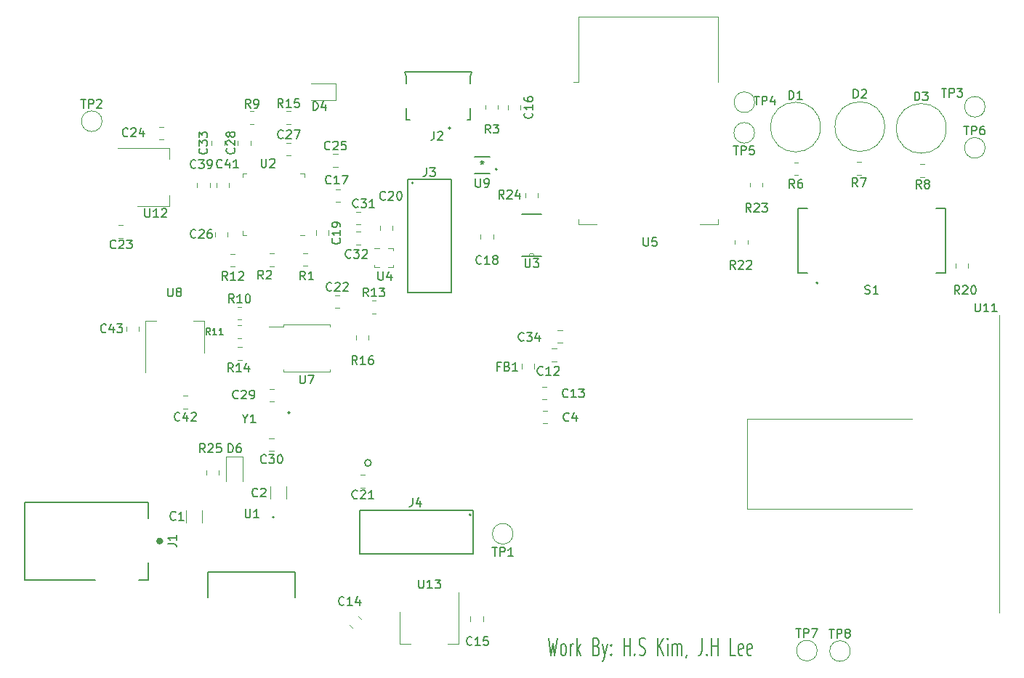
<source format=gbr>
%TF.GenerationSoftware,KiCad,Pcbnew,(5.1.9)-1*%
%TF.CreationDate,2021-04-19T10:41:21+09:00*%
%TF.ProjectId,Air_Pollution_Sensor,4169725f-506f-46c6-9c75-74696f6e5f53,rev?*%
%TF.SameCoordinates,Original*%
%TF.FileFunction,Legend,Top*%
%TF.FilePolarity,Positive*%
%FSLAX46Y46*%
G04 Gerber Fmt 4.6, Leading zero omitted, Abs format (unit mm)*
G04 Created by KiCad (PCBNEW (5.1.9)-1) date 2021-04-19 10:41:21*
%MOMM*%
%LPD*%
G01*
G04 APERTURE LIST*
%ADD10C,0.150000*%
%ADD11C,0.120000*%
%ADD12C,0.152400*%
%ADD13C,0.127000*%
%ADD14C,0.100000*%
%ADD15C,0.200000*%
%ADD16C,0.400000*%
G04 APERTURE END LIST*
D10*
X154941485Y-135912361D02*
X155227200Y-137912361D01*
X155455771Y-136483790D01*
X155684342Y-137912361D01*
X155970057Y-135912361D01*
X156598628Y-137912361D02*
X156484342Y-137817123D01*
X156427200Y-137721885D01*
X156370057Y-137531409D01*
X156370057Y-136959980D01*
X156427200Y-136769504D01*
X156484342Y-136674266D01*
X156598628Y-136579028D01*
X156770057Y-136579028D01*
X156884342Y-136674266D01*
X156941485Y-136769504D01*
X156998628Y-136959980D01*
X156998628Y-137531409D01*
X156941485Y-137721885D01*
X156884342Y-137817123D01*
X156770057Y-137912361D01*
X156598628Y-137912361D01*
X157512914Y-137912361D02*
X157512914Y-136579028D01*
X157512914Y-136959980D02*
X157570057Y-136769504D01*
X157627200Y-136674266D01*
X157741485Y-136579028D01*
X157855771Y-136579028D01*
X158255771Y-137912361D02*
X158255771Y-135912361D01*
X158370057Y-137150457D02*
X158712914Y-137912361D01*
X158712914Y-136579028D02*
X158255771Y-137340933D01*
X160541485Y-136864742D02*
X160712914Y-136959980D01*
X160770057Y-137055219D01*
X160827200Y-137245695D01*
X160827200Y-137531409D01*
X160770057Y-137721885D01*
X160712914Y-137817123D01*
X160598628Y-137912361D01*
X160141485Y-137912361D01*
X160141485Y-135912361D01*
X160541485Y-135912361D01*
X160655771Y-136007600D01*
X160712914Y-136102838D01*
X160770057Y-136293314D01*
X160770057Y-136483790D01*
X160712914Y-136674266D01*
X160655771Y-136769504D01*
X160541485Y-136864742D01*
X160141485Y-136864742D01*
X161227200Y-136579028D02*
X161512914Y-137912361D01*
X161798628Y-136579028D02*
X161512914Y-137912361D01*
X161398628Y-138388552D01*
X161341485Y-138483790D01*
X161227200Y-138579028D01*
X162255771Y-137721885D02*
X162312914Y-137817123D01*
X162255771Y-137912361D01*
X162198628Y-137817123D01*
X162255771Y-137721885D01*
X162255771Y-137912361D01*
X162255771Y-136674266D02*
X162312914Y-136769504D01*
X162255771Y-136864742D01*
X162198628Y-136769504D01*
X162255771Y-136674266D01*
X162255771Y-136864742D01*
X163741485Y-137912361D02*
X163741485Y-135912361D01*
X163741485Y-136864742D02*
X164427200Y-136864742D01*
X164427200Y-137912361D02*
X164427200Y-135912361D01*
X164998628Y-137721885D02*
X165055771Y-137817123D01*
X164998628Y-137912361D01*
X164941485Y-137817123D01*
X164998628Y-137721885D01*
X164998628Y-137912361D01*
X165512914Y-137817123D02*
X165684342Y-137912361D01*
X165970057Y-137912361D01*
X166084342Y-137817123D01*
X166141485Y-137721885D01*
X166198628Y-137531409D01*
X166198628Y-137340933D01*
X166141485Y-137150457D01*
X166084342Y-137055219D01*
X165970057Y-136959980D01*
X165741485Y-136864742D01*
X165627200Y-136769504D01*
X165570057Y-136674266D01*
X165512914Y-136483790D01*
X165512914Y-136293314D01*
X165570057Y-136102838D01*
X165627200Y-136007600D01*
X165741485Y-135912361D01*
X166027200Y-135912361D01*
X166198628Y-136007600D01*
X167627200Y-137912361D02*
X167627200Y-135912361D01*
X168312914Y-137912361D02*
X167798628Y-136769504D01*
X168312914Y-135912361D02*
X167627200Y-137055219D01*
X168827200Y-137912361D02*
X168827200Y-136579028D01*
X168827200Y-135912361D02*
X168770057Y-136007600D01*
X168827200Y-136102838D01*
X168884342Y-136007600D01*
X168827200Y-135912361D01*
X168827200Y-136102838D01*
X169398628Y-137912361D02*
X169398628Y-136579028D01*
X169398628Y-136769504D02*
X169455771Y-136674266D01*
X169570057Y-136579028D01*
X169741485Y-136579028D01*
X169855771Y-136674266D01*
X169912914Y-136864742D01*
X169912914Y-137912361D01*
X169912914Y-136864742D02*
X169970057Y-136674266D01*
X170084342Y-136579028D01*
X170255771Y-136579028D01*
X170370057Y-136674266D01*
X170427200Y-136864742D01*
X170427200Y-137912361D01*
X171055771Y-137817123D02*
X171055771Y-137912361D01*
X170998628Y-138102838D01*
X170941485Y-138198076D01*
X172827200Y-135912361D02*
X172827200Y-137340933D01*
X172770057Y-137626647D01*
X172655771Y-137817123D01*
X172484342Y-137912361D01*
X172370057Y-137912361D01*
X173398628Y-137721885D02*
X173455771Y-137817123D01*
X173398628Y-137912361D01*
X173341485Y-137817123D01*
X173398628Y-137721885D01*
X173398628Y-137912361D01*
X173970057Y-137912361D02*
X173970057Y-135912361D01*
X173970057Y-136864742D02*
X174655771Y-136864742D01*
X174655771Y-137912361D02*
X174655771Y-135912361D01*
X176712914Y-137912361D02*
X176141485Y-137912361D01*
X176141485Y-135912361D01*
X177570057Y-137817123D02*
X177455771Y-137912361D01*
X177227200Y-137912361D01*
X177112914Y-137817123D01*
X177055771Y-137626647D01*
X177055771Y-136864742D01*
X177112914Y-136674266D01*
X177227200Y-136579028D01*
X177455771Y-136579028D01*
X177570057Y-136674266D01*
X177627200Y-136864742D01*
X177627200Y-137055219D01*
X177055771Y-137245695D01*
X178598628Y-137817123D02*
X178484342Y-137912361D01*
X178255771Y-137912361D01*
X178141485Y-137817123D01*
X178084342Y-137626647D01*
X178084342Y-136864742D01*
X178141485Y-136674266D01*
X178255771Y-136579028D01*
X178484342Y-136579028D01*
X178598628Y-136674266D01*
X178655771Y-136864742D01*
X178655771Y-137055219D01*
X178084342Y-137245695D01*
D11*
%TO.C,R25*%
X116559000Y-116358936D02*
X116559000Y-116813064D01*
X115089000Y-116358936D02*
X115089000Y-116813064D01*
%TO.C,D6*%
X119324000Y-117586000D02*
X119324000Y-114726000D01*
X119324000Y-114726000D02*
X117404000Y-114726000D01*
X117404000Y-114726000D02*
X117404000Y-117586000D01*
%TO.C,TP8*%
X190099800Y-137414000D02*
G75*
G03*
X190099800Y-137414000I-1200000J0D01*
G01*
%TO.C,TP7*%
X186239000Y-137363200D02*
G75*
G03*
X186239000Y-137363200I-1200000J0D01*
G01*
%TO.C,C34*%
X156024948Y-101446000D02*
X156547452Y-101446000D01*
X156024948Y-99976000D02*
X156547452Y-99976000D01*
D12*
%TO.C,U10*%
X134289800Y-115468400D02*
G75*
G03*
X134289800Y-115468400I-381000J0D01*
G01*
D11*
%TO.C,C21*%
X133059448Y-116892400D02*
X133581952Y-116892400D01*
X133059448Y-118362400D02*
X133581952Y-118362400D01*
D12*
%TO.C,U9*%
X148937600Y-81233900D02*
G75*
G03*
X148937600Y-81233900I-101600J0D01*
G01*
X146304000Y-81737200D02*
X148107400Y-81737200D01*
X148107400Y-79730600D02*
X146304000Y-79730600D01*
D11*
%TO.C,C32*%
X132513348Y-89985520D02*
X133035852Y-89985520D01*
X132513348Y-88515520D02*
X133035852Y-88515520D01*
%TO.C,C31*%
X132515547Y-87630941D02*
X133038051Y-87630941D01*
X132515547Y-86160941D02*
X133038051Y-86160941D01*
%TO.C,TP6*%
X205807160Y-78724760D02*
G75*
G03*
X205807160Y-78724760I-1200000J0D01*
G01*
%TO.C,TP5*%
X178944120Y-76969620D02*
G75*
G03*
X178944120Y-76969620I-1200000J0D01*
G01*
%TO.C,TP4*%
X178964440Y-73400920D02*
G75*
G03*
X178964440Y-73400920I-1200000J0D01*
G01*
%TO.C,TP3*%
X205807160Y-73929240D02*
G75*
G03*
X205807160Y-73929240I-1200000J0D01*
G01*
%TO.C,TP2*%
X102927000Y-75615800D02*
G75*
G03*
X102927000Y-75615800I-1200000J0D01*
G01*
%TO.C,TP1*%
X150808540Y-123738640D02*
G75*
G03*
X150808540Y-123738640I-1200000J0D01*
G01*
%TO.C,D4*%
X127257300Y-73174740D02*
X130117300Y-73174740D01*
X130117300Y-73174740D02*
X130117300Y-71254740D01*
X130117300Y-71254740D02*
X127257300Y-71254740D01*
%TO.C,U8*%
X114794080Y-98892440D02*
X113534080Y-98892440D01*
X107974080Y-98892440D02*
X109234080Y-98892440D01*
X114794080Y-102652440D02*
X114794080Y-98892440D01*
X107974080Y-104902440D02*
X107974080Y-98892440D01*
D13*
%TO.C,J4*%
X145893160Y-121525280D02*
G75*
G03*
X145893160Y-121525280I-100000J0D01*
G01*
X132983160Y-120985280D02*
X132983160Y-126065280D01*
X146183160Y-120985280D02*
X132983160Y-120985280D01*
X146183160Y-126065280D02*
X146183160Y-120985280D01*
X132983160Y-126065280D02*
X146183160Y-126065280D01*
%TO.C,J3*%
X139184300Y-82804300D02*
G75*
G03*
X139184300Y-82804300I-100000J0D01*
G01*
X138544300Y-95614300D02*
X143624300Y-95614300D01*
X138544300Y-82414300D02*
X138544300Y-95614300D01*
X143624300Y-82414300D02*
X138544300Y-82414300D01*
X143624300Y-95614300D02*
X143624300Y-82414300D01*
D12*
%TO.C,U3*%
X153276300Y-91343480D02*
X154139900Y-91343480D01*
X152666700Y-91343480D02*
X153276300Y-91343480D01*
X151803100Y-91343480D02*
X152666700Y-91343480D01*
X154139900Y-86466680D02*
X151803100Y-86466680D01*
D14*
X152666700Y-91343480D02*
G75*
G02*
X153276300Y-91343480I304800J0D01*
G01*
D11*
%TO.C,C20*%
X136802800Y-87829848D02*
X136802800Y-88352352D01*
X135332800Y-87829848D02*
X135332800Y-88352352D01*
%TO.C,U12*%
X110766780Y-85551060D02*
X110766780Y-84291060D01*
X110766780Y-78731060D02*
X110766780Y-79991060D01*
X107006780Y-85551060D02*
X110766780Y-85551060D01*
X104756780Y-78731060D02*
X110766780Y-78731060D01*
%TO.C,U7*%
X126753620Y-104797440D02*
X129478620Y-104797440D01*
X129478620Y-104797440D02*
X129478620Y-104537440D01*
X126753620Y-104797440D02*
X124028620Y-104797440D01*
X124028620Y-104797440D02*
X124028620Y-104537440D01*
X126753620Y-99347440D02*
X129478620Y-99347440D01*
X129478620Y-99347440D02*
X129478620Y-99607440D01*
X126753620Y-99347440D02*
X124028620Y-99347440D01*
X124028620Y-99347440D02*
X124028620Y-99607440D01*
X124028620Y-99607440D02*
X122353620Y-99607440D01*
%TO.C,R16*%
X133968160Y-100619316D02*
X133968160Y-101073444D01*
X132498160Y-100619316D02*
X132498160Y-101073444D01*
%TO.C,R15*%
X124420136Y-74459160D02*
X124874264Y-74459160D01*
X124420136Y-75929160D02*
X124874264Y-75929160D01*
%TO.C,R14*%
X118753396Y-101980060D02*
X119207524Y-101980060D01*
X118753396Y-103450060D02*
X119207524Y-103450060D01*
%TO.C,R13*%
X134856464Y-98042400D02*
X134402336Y-98042400D01*
X134856464Y-96572400D02*
X134402336Y-96572400D01*
%TO.C,R12*%
X118375164Y-92586480D02*
X117921036Y-92586480D01*
X118375164Y-91116480D02*
X117921036Y-91116480D01*
%TO.C,R11*%
X119163324Y-100907520D02*
X118709196Y-100907520D01*
X119163324Y-99437520D02*
X118709196Y-99437520D01*
%TO.C,R10*%
X118704116Y-97253120D02*
X119158244Y-97253120D01*
X118704116Y-98723120D02*
X119158244Y-98723120D01*
%TO.C,R9*%
X120613664Y-75929160D02*
X120159536Y-75929160D01*
X120613664Y-74459160D02*
X120159536Y-74459160D01*
%TO.C,R8*%
X198725524Y-82116600D02*
X198271396Y-82116600D01*
X198725524Y-80646600D02*
X198271396Y-80646600D01*
%TO.C,R7*%
X191353684Y-81847360D02*
X190899556Y-81847360D01*
X191353684Y-80377360D02*
X190899556Y-80377360D01*
%TO.C,R6*%
X184001144Y-81900700D02*
X183547016Y-81900700D01*
X184001144Y-80430700D02*
X183547016Y-80430700D01*
%TO.C,C33*%
X115698600Y-78413152D02*
X115698600Y-77890648D01*
X117168600Y-78413152D02*
X117168600Y-77890648D01*
%TO.C,C28*%
X118746600Y-78391652D02*
X118746600Y-77869148D01*
X120216600Y-78391652D02*
X120216600Y-77869148D01*
%TO.C,C27*%
X124405848Y-78142160D02*
X124928352Y-78142160D01*
X124405848Y-79612160D02*
X124928352Y-79612160D01*
%TO.C,C26*%
X117575000Y-88537148D02*
X117575000Y-89059652D01*
X116105000Y-88537148D02*
X116105000Y-89059652D01*
%TO.C,C25*%
X129859048Y-79452800D02*
X130381552Y-79452800D01*
X129859048Y-80922800D02*
X130381552Y-80922800D01*
%TO.C,C24*%
X109558188Y-76280340D02*
X110080692Y-76280340D01*
X109558188Y-77750340D02*
X110080692Y-77750340D01*
%TO.C,C23*%
X104852928Y-87758600D02*
X105375432Y-87758600D01*
X104852928Y-89228600D02*
X105375432Y-89228600D01*
%TO.C,C22*%
X130070048Y-95912000D02*
X130592552Y-95912000D01*
X130070048Y-97382000D02*
X130592552Y-97382000D01*
%TO.C,U11*%
X207446880Y-132925820D02*
X207446880Y-98225820D01*
X178096880Y-120825820D02*
X178096880Y-110325820D01*
X197286880Y-120860820D02*
X178096880Y-120860820D01*
X197286880Y-110325820D02*
X178096880Y-110325820D01*
%TO.C,C39*%
X114001880Y-83344652D02*
X114001880Y-82822148D01*
X115471880Y-83344652D02*
X115471880Y-82822148D01*
D15*
%TO.C,Y1*%
X124801520Y-109619820D02*
G75*
G03*
X124801520Y-109619820I-100000J0D01*
G01*
D11*
%TO.C,C30*%
X122411768Y-112582020D02*
X122934272Y-112582020D01*
X122411768Y-114052020D02*
X122934272Y-114052020D01*
%TO.C,C29*%
X122475268Y-106854320D02*
X122997772Y-106854320D01*
X122475268Y-108324320D02*
X122997772Y-108324320D01*
%TO.C,U13*%
X137648900Y-136583340D02*
X138908900Y-136583340D01*
X144468900Y-136583340D02*
X143208900Y-136583340D01*
X137648900Y-132823340D02*
X137648900Y-136583340D01*
X144468900Y-130573340D02*
X144468900Y-136583340D01*
%TO.C,FB1*%
X153287400Y-103933448D02*
X153287400Y-104455952D01*
X151817400Y-103933448D02*
X151817400Y-104455952D01*
%TO.C,C15*%
X145848400Y-133914872D02*
X145848400Y-133392368D01*
X147318400Y-133914872D02*
X147318400Y-133392368D01*
%TO.C,C14*%
X132120930Y-134752957D02*
X131751463Y-134383490D01*
X133160377Y-133713510D02*
X132790910Y-133344043D01*
%TO.C,R23*%
X178411200Y-83257124D02*
X178411200Y-82802996D01*
X179881200Y-83257124D02*
X179881200Y-82802996D01*
%TO.C,R22*%
X178123520Y-89505296D02*
X178123520Y-89959424D01*
X176653520Y-89505296D02*
X176653520Y-89959424D01*
%TO.C,R20*%
X202381180Y-92700844D02*
X202381180Y-92246716D01*
X203851180Y-92700844D02*
X203851180Y-92246716D01*
%TO.C,D3*%
X201274000Y-76454000D02*
G75*
G03*
X201274000Y-76454000I-2900000J0D01*
G01*
%TO.C,D2*%
X194111200Y-76250800D02*
G75*
G03*
X194111200Y-76250800I-2900000J0D01*
G01*
%TO.C,D1*%
X186623280Y-76301600D02*
G75*
G03*
X186623280Y-76301600I-2900000J0D01*
G01*
%TO.C,C43*%
X105762120Y-100104932D02*
X105762120Y-99582428D01*
X107232120Y-100104932D02*
X107232120Y-99582428D01*
%TO.C,C42*%
X112914152Y-109121880D02*
X112391648Y-109121880D01*
X112914152Y-107651880D02*
X112391648Y-107651880D01*
%TO.C,C41*%
X116237080Y-83362432D02*
X116237080Y-82839928D01*
X117707080Y-83362432D02*
X117707080Y-82839928D01*
%TO.C,C19*%
X127865200Y-88881852D02*
X127865200Y-88359348D01*
X129335200Y-88881852D02*
X129335200Y-88359348D01*
%TO.C,C18*%
X147029500Y-89372072D02*
X147029500Y-88849568D01*
X148499500Y-89372072D02*
X148499500Y-88849568D01*
%TO.C,C17*%
X130153868Y-83587920D02*
X130676372Y-83587920D01*
X130153868Y-85057920D02*
X130676372Y-85057920D01*
D15*
%TO.C,S1*%
X186335340Y-94465320D02*
G75*
G03*
X186335340Y-94465320I-100000J0D01*
G01*
D13*
X183975340Y-93305320D02*
X183975340Y-85805320D01*
X201195340Y-93305320D02*
X201195340Y-85805320D01*
X183975340Y-93305320D02*
X185085340Y-93305320D01*
X183975340Y-85805320D02*
X185085340Y-85805320D01*
X201195340Y-93305320D02*
X200085340Y-93305320D01*
X201195340Y-85805320D02*
X200085340Y-85805320D01*
D11*
%TO.C,R24*%
X152223800Y-84469464D02*
X152223800Y-84015336D01*
X153693800Y-84469464D02*
X153693800Y-84015336D01*
%TO.C,U2*%
X119775600Y-88913360D02*
X119300600Y-88913360D01*
X119300600Y-88913360D02*
X119300600Y-88438360D01*
X126045600Y-81693360D02*
X126520600Y-81693360D01*
X126520600Y-81693360D02*
X126520600Y-82168360D01*
X119775600Y-81693360D02*
X119300600Y-81693360D01*
X119300600Y-81693360D02*
X119300600Y-82168360D01*
X126045600Y-88913360D02*
X126520600Y-88913360D01*
%TO.C,C2*%
X122559400Y-119641672D02*
X122559400Y-118219168D01*
X124379400Y-119641672D02*
X124379400Y-118219168D01*
%TO.C,C1*%
X112729600Y-122440352D02*
X112729600Y-121017848D01*
X114549600Y-122440352D02*
X114549600Y-121017848D01*
D13*
%TO.C,U1*%
X125425200Y-131160000D02*
X125425200Y-128162000D01*
X125425200Y-128162000D02*
X115265200Y-128162000D01*
X115265200Y-128162000D02*
X115265200Y-131160000D01*
D15*
X122985200Y-121810000D02*
G75*
G03*
X122985200Y-121810000I-100000J0D01*
G01*
D11*
%TO.C,U5*%
X158427800Y-71039600D02*
X157817800Y-71039600D01*
X158427800Y-71039600D02*
X158427800Y-63419600D01*
X158427800Y-87659600D02*
X158427800Y-87039600D01*
X160547800Y-87659600D02*
X158427800Y-87659600D01*
X174667800Y-87659600D02*
X172547800Y-87659600D01*
X174667800Y-87039600D02*
X174667800Y-87659600D01*
X174667800Y-63419600D02*
X174667800Y-71039600D01*
X158427800Y-63419600D02*
X174667800Y-63419600D01*
D14*
%TO.C,U4*%
X135273000Y-90467000D02*
X134663000Y-90467000D01*
X134663000Y-92667000D02*
X135263000Y-92667000D01*
X134663000Y-92667000D02*
X134663000Y-92417000D01*
X136863000Y-92667000D02*
X136263000Y-92667000D01*
X136863000Y-92667000D02*
X136863000Y-92417000D01*
X136863000Y-90467000D02*
X136863000Y-90717000D01*
X136863000Y-90467000D02*
X136263000Y-90467000D01*
D16*
%TO.C,J1*%
X109848000Y-124586000D02*
G75*
G03*
X109848000Y-124586000I-200000J0D01*
G01*
D13*
X108348000Y-127136000D02*
X108348000Y-129086000D01*
X102098000Y-129086000D02*
X93948000Y-129086000D01*
X108348000Y-120086000D02*
X108348000Y-121936000D01*
X108348000Y-129086000D02*
X107198000Y-129086000D01*
X93948000Y-120086000D02*
X108348000Y-120086000D01*
X93948000Y-129086000D02*
X93948000Y-120086000D01*
D11*
%TO.C,R3*%
X147567980Y-73741036D02*
X147567980Y-74195164D01*
X149037980Y-73741036D02*
X149037980Y-74195164D01*
%TO.C,R2*%
X122947164Y-91050440D02*
X122493036Y-91050440D01*
X122947164Y-92520440D02*
X122493036Y-92520440D01*
%TO.C,R1*%
X126845304Y-91037740D02*
X126391176Y-91037740D01*
X126845304Y-92507740D02*
X126391176Y-92507740D01*
%TO.C,C16*%
X150234980Y-73720148D02*
X150234980Y-74242652D01*
X151704980Y-73720148D02*
X151704980Y-74242652D01*
%TO.C,C13*%
X154744052Y-106580000D02*
X154221548Y-106580000D01*
X154744052Y-108050000D02*
X154221548Y-108050000D01*
%TO.C,C12*%
X155861652Y-102160400D02*
X155339148Y-102160400D01*
X155861652Y-103630400D02*
X155339148Y-103630400D01*
%TO.C,C4*%
X154790952Y-109399400D02*
X154268448Y-109399400D01*
X154790952Y-110869400D02*
X154268448Y-110869400D01*
D15*
%TO.C,J2*%
X138411680Y-70418760D02*
X138411680Y-71178760D01*
X145811680Y-74078760D02*
X145811680Y-75428760D01*
X145811680Y-75428760D02*
X145461680Y-75428760D01*
X145811680Y-70418760D02*
X145811680Y-71178760D01*
X146011680Y-69878760D02*
X145811680Y-70418760D01*
X138411680Y-74078760D02*
X138411680Y-75428760D01*
X138761680Y-75428760D02*
X138411680Y-75428760D01*
X146011680Y-69878760D02*
X138211680Y-69878760D01*
X138411680Y-70418760D02*
X138211680Y-69878760D01*
X143511680Y-76428760D02*
G75*
G03*
X143511680Y-76428760I-100000J0D01*
G01*
%TO.C,R25*%
D10*
X114927142Y-114244380D02*
X114593809Y-113768190D01*
X114355714Y-114244380D02*
X114355714Y-113244380D01*
X114736666Y-113244380D01*
X114831904Y-113292000D01*
X114879523Y-113339619D01*
X114927142Y-113434857D01*
X114927142Y-113577714D01*
X114879523Y-113672952D01*
X114831904Y-113720571D01*
X114736666Y-113768190D01*
X114355714Y-113768190D01*
X115308095Y-113339619D02*
X115355714Y-113292000D01*
X115450952Y-113244380D01*
X115689047Y-113244380D01*
X115784285Y-113292000D01*
X115831904Y-113339619D01*
X115879523Y-113434857D01*
X115879523Y-113530095D01*
X115831904Y-113672952D01*
X115260476Y-114244380D01*
X115879523Y-114244380D01*
X116784285Y-113244380D02*
X116308095Y-113244380D01*
X116260476Y-113720571D01*
X116308095Y-113672952D01*
X116403333Y-113625333D01*
X116641428Y-113625333D01*
X116736666Y-113672952D01*
X116784285Y-113720571D01*
X116831904Y-113815809D01*
X116831904Y-114053904D01*
X116784285Y-114149142D01*
X116736666Y-114196761D01*
X116641428Y-114244380D01*
X116403333Y-114244380D01*
X116308095Y-114196761D01*
X116260476Y-114149142D01*
%TO.C,D6*%
X117625904Y-114244380D02*
X117625904Y-113244380D01*
X117864000Y-113244380D01*
X118006857Y-113292000D01*
X118102095Y-113387238D01*
X118149714Y-113482476D01*
X118197333Y-113672952D01*
X118197333Y-113815809D01*
X118149714Y-114006285D01*
X118102095Y-114101523D01*
X118006857Y-114196761D01*
X117864000Y-114244380D01*
X117625904Y-114244380D01*
X119054476Y-113244380D02*
X118864000Y-113244380D01*
X118768761Y-113292000D01*
X118721142Y-113339619D01*
X118625904Y-113482476D01*
X118578285Y-113672952D01*
X118578285Y-114053904D01*
X118625904Y-114149142D01*
X118673523Y-114196761D01*
X118768761Y-114244380D01*
X118959238Y-114244380D01*
X119054476Y-114196761D01*
X119102095Y-114149142D01*
X119149714Y-114053904D01*
X119149714Y-113815809D01*
X119102095Y-113720571D01*
X119054476Y-113672952D01*
X118959238Y-113625333D01*
X118768761Y-113625333D01*
X118673523Y-113672952D01*
X118625904Y-113720571D01*
X118578285Y-113815809D01*
%TO.C,TP8*%
X187637895Y-134868380D02*
X188209323Y-134868380D01*
X187923609Y-135868380D02*
X187923609Y-134868380D01*
X188542657Y-135868380D02*
X188542657Y-134868380D01*
X188923609Y-134868380D01*
X189018847Y-134916000D01*
X189066466Y-134963619D01*
X189114085Y-135058857D01*
X189114085Y-135201714D01*
X189066466Y-135296952D01*
X189018847Y-135344571D01*
X188923609Y-135392190D01*
X188542657Y-135392190D01*
X189685514Y-135296952D02*
X189590276Y-135249333D01*
X189542657Y-135201714D01*
X189495038Y-135106476D01*
X189495038Y-135058857D01*
X189542657Y-134963619D01*
X189590276Y-134916000D01*
X189685514Y-134868380D01*
X189875990Y-134868380D01*
X189971228Y-134916000D01*
X190018847Y-134963619D01*
X190066466Y-135058857D01*
X190066466Y-135106476D01*
X190018847Y-135201714D01*
X189971228Y-135249333D01*
X189875990Y-135296952D01*
X189685514Y-135296952D01*
X189590276Y-135344571D01*
X189542657Y-135392190D01*
X189495038Y-135487428D01*
X189495038Y-135677904D01*
X189542657Y-135773142D01*
X189590276Y-135820761D01*
X189685514Y-135868380D01*
X189875990Y-135868380D01*
X189971228Y-135820761D01*
X190018847Y-135773142D01*
X190066466Y-135677904D01*
X190066466Y-135487428D01*
X190018847Y-135392190D01*
X189971228Y-135344571D01*
X189875990Y-135296952D01*
%TO.C,TP7*%
X183777095Y-134817580D02*
X184348523Y-134817580D01*
X184062809Y-135817580D02*
X184062809Y-134817580D01*
X184681857Y-135817580D02*
X184681857Y-134817580D01*
X185062809Y-134817580D01*
X185158047Y-134865200D01*
X185205666Y-134912819D01*
X185253285Y-135008057D01*
X185253285Y-135150914D01*
X185205666Y-135246152D01*
X185158047Y-135293771D01*
X185062809Y-135341390D01*
X184681857Y-135341390D01*
X185586619Y-134817580D02*
X186253285Y-134817580D01*
X185824714Y-135817580D01*
%TO.C,C34*%
X152061942Y-101169742D02*
X152014323Y-101217361D01*
X151871466Y-101264980D01*
X151776228Y-101264980D01*
X151633371Y-101217361D01*
X151538133Y-101122123D01*
X151490514Y-101026885D01*
X151442895Y-100836409D01*
X151442895Y-100693552D01*
X151490514Y-100503076D01*
X151538133Y-100407838D01*
X151633371Y-100312600D01*
X151776228Y-100264980D01*
X151871466Y-100264980D01*
X152014323Y-100312600D01*
X152061942Y-100360219D01*
X152395276Y-100264980D02*
X153014323Y-100264980D01*
X152680990Y-100645933D01*
X152823847Y-100645933D01*
X152919085Y-100693552D01*
X152966704Y-100741171D01*
X153014323Y-100836409D01*
X153014323Y-101074504D01*
X152966704Y-101169742D01*
X152919085Y-101217361D01*
X152823847Y-101264980D01*
X152538133Y-101264980D01*
X152442895Y-101217361D01*
X152395276Y-101169742D01*
X153871466Y-100598314D02*
X153871466Y-101264980D01*
X153633371Y-100217361D02*
X153395276Y-100931647D01*
X154014323Y-100931647D01*
%TO.C,C21*%
X132677842Y-119559342D02*
X132630223Y-119606961D01*
X132487366Y-119654580D01*
X132392128Y-119654580D01*
X132249271Y-119606961D01*
X132154033Y-119511723D01*
X132106414Y-119416485D01*
X132058795Y-119226009D01*
X132058795Y-119083152D01*
X132106414Y-118892676D01*
X132154033Y-118797438D01*
X132249271Y-118702200D01*
X132392128Y-118654580D01*
X132487366Y-118654580D01*
X132630223Y-118702200D01*
X132677842Y-118749819D01*
X133058795Y-118749819D02*
X133106414Y-118702200D01*
X133201652Y-118654580D01*
X133439747Y-118654580D01*
X133534985Y-118702200D01*
X133582604Y-118749819D01*
X133630223Y-118845057D01*
X133630223Y-118940295D01*
X133582604Y-119083152D01*
X133011176Y-119654580D01*
X133630223Y-119654580D01*
X134582604Y-119654580D02*
X134011176Y-119654580D01*
X134296890Y-119654580D02*
X134296890Y-118654580D01*
X134201652Y-118797438D01*
X134106414Y-118892676D01*
X134011176Y-118940295D01*
%TO.C,U9*%
X146456495Y-82307180D02*
X146456495Y-83116704D01*
X146504114Y-83211942D01*
X146551733Y-83259561D01*
X146646971Y-83307180D01*
X146837447Y-83307180D01*
X146932685Y-83259561D01*
X146980304Y-83211942D01*
X147027923Y-83116704D01*
X147027923Y-82307180D01*
X147551733Y-83307180D02*
X147742209Y-83307180D01*
X147837447Y-83259561D01*
X147885066Y-83211942D01*
X147980304Y-83069085D01*
X148027923Y-82878609D01*
X148027923Y-82497657D01*
X147980304Y-82402419D01*
X147932685Y-82354800D01*
X147837447Y-82307180D01*
X147646971Y-82307180D01*
X147551733Y-82354800D01*
X147504114Y-82402419D01*
X147456495Y-82497657D01*
X147456495Y-82735752D01*
X147504114Y-82830990D01*
X147551733Y-82878609D01*
X147646971Y-82926228D01*
X147837447Y-82926228D01*
X147932685Y-82878609D01*
X147980304Y-82830990D01*
X148027923Y-82735752D01*
X147205700Y-80186280D02*
X147205700Y-80424376D01*
X146967604Y-80329138D02*
X147205700Y-80424376D01*
X147443795Y-80329138D01*
X147062842Y-80614852D02*
X147205700Y-80424376D01*
X147348557Y-80614852D01*
%TO.C,C32*%
X131919742Y-91492342D02*
X131872123Y-91539961D01*
X131729266Y-91587580D01*
X131634028Y-91587580D01*
X131491171Y-91539961D01*
X131395933Y-91444723D01*
X131348314Y-91349485D01*
X131300695Y-91159009D01*
X131300695Y-91016152D01*
X131348314Y-90825676D01*
X131395933Y-90730438D01*
X131491171Y-90635200D01*
X131634028Y-90587580D01*
X131729266Y-90587580D01*
X131872123Y-90635200D01*
X131919742Y-90682819D01*
X132253076Y-90587580D02*
X132872123Y-90587580D01*
X132538790Y-90968533D01*
X132681647Y-90968533D01*
X132776885Y-91016152D01*
X132824504Y-91063771D01*
X132872123Y-91159009D01*
X132872123Y-91397104D01*
X132824504Y-91492342D01*
X132776885Y-91539961D01*
X132681647Y-91587580D01*
X132395933Y-91587580D01*
X132300695Y-91539961D01*
X132253076Y-91492342D01*
X133253076Y-90682819D02*
X133300695Y-90635200D01*
X133395933Y-90587580D01*
X133634028Y-90587580D01*
X133729266Y-90635200D01*
X133776885Y-90682819D01*
X133824504Y-90778057D01*
X133824504Y-90873295D01*
X133776885Y-91016152D01*
X133205457Y-91587580D01*
X133824504Y-91587580D01*
%TO.C,C31*%
X132757942Y-85599542D02*
X132710323Y-85647161D01*
X132567466Y-85694780D01*
X132472228Y-85694780D01*
X132329371Y-85647161D01*
X132234133Y-85551923D01*
X132186514Y-85456685D01*
X132138895Y-85266209D01*
X132138895Y-85123352D01*
X132186514Y-84932876D01*
X132234133Y-84837638D01*
X132329371Y-84742400D01*
X132472228Y-84694780D01*
X132567466Y-84694780D01*
X132710323Y-84742400D01*
X132757942Y-84790019D01*
X133091276Y-84694780D02*
X133710323Y-84694780D01*
X133376990Y-85075733D01*
X133519847Y-85075733D01*
X133615085Y-85123352D01*
X133662704Y-85170971D01*
X133710323Y-85266209D01*
X133710323Y-85504304D01*
X133662704Y-85599542D01*
X133615085Y-85647161D01*
X133519847Y-85694780D01*
X133234133Y-85694780D01*
X133138895Y-85647161D01*
X133091276Y-85599542D01*
X134662704Y-85694780D02*
X134091276Y-85694780D01*
X134376990Y-85694780D02*
X134376990Y-84694780D01*
X134281752Y-84837638D01*
X134186514Y-84932876D01*
X134091276Y-84980495D01*
%TO.C,TP6*%
X203345255Y-76179140D02*
X203916683Y-76179140D01*
X203630969Y-77179140D02*
X203630969Y-76179140D01*
X204250017Y-77179140D02*
X204250017Y-76179140D01*
X204630969Y-76179140D01*
X204726207Y-76226760D01*
X204773826Y-76274379D01*
X204821445Y-76369617D01*
X204821445Y-76512474D01*
X204773826Y-76607712D01*
X204726207Y-76655331D01*
X204630969Y-76702950D01*
X204250017Y-76702950D01*
X205678588Y-76179140D02*
X205488112Y-76179140D01*
X205392874Y-76226760D01*
X205345255Y-76274379D01*
X205250017Y-76417236D01*
X205202398Y-76607712D01*
X205202398Y-76988664D01*
X205250017Y-77083902D01*
X205297636Y-77131521D01*
X205392874Y-77179140D01*
X205583350Y-77179140D01*
X205678588Y-77131521D01*
X205726207Y-77083902D01*
X205773826Y-76988664D01*
X205773826Y-76750569D01*
X205726207Y-76655331D01*
X205678588Y-76607712D01*
X205583350Y-76560093D01*
X205392874Y-76560093D01*
X205297636Y-76607712D01*
X205250017Y-76655331D01*
X205202398Y-76750569D01*
%TO.C,TP5*%
X176487295Y-78497180D02*
X177058723Y-78497180D01*
X176773009Y-79497180D02*
X176773009Y-78497180D01*
X177392057Y-79497180D02*
X177392057Y-78497180D01*
X177773009Y-78497180D01*
X177868247Y-78544800D01*
X177915866Y-78592419D01*
X177963485Y-78687657D01*
X177963485Y-78830514D01*
X177915866Y-78925752D01*
X177868247Y-78973371D01*
X177773009Y-79020990D01*
X177392057Y-79020990D01*
X178868247Y-78497180D02*
X178392057Y-78497180D01*
X178344438Y-78973371D01*
X178392057Y-78925752D01*
X178487295Y-78878133D01*
X178725390Y-78878133D01*
X178820628Y-78925752D01*
X178868247Y-78973371D01*
X178915866Y-79068609D01*
X178915866Y-79306704D01*
X178868247Y-79401942D01*
X178820628Y-79449561D01*
X178725390Y-79497180D01*
X178487295Y-79497180D01*
X178392057Y-79449561D01*
X178344438Y-79401942D01*
%TO.C,TP4*%
X178925695Y-72705980D02*
X179497123Y-72705980D01*
X179211409Y-73705980D02*
X179211409Y-72705980D01*
X179830457Y-73705980D02*
X179830457Y-72705980D01*
X180211409Y-72705980D01*
X180306647Y-72753600D01*
X180354266Y-72801219D01*
X180401885Y-72896457D01*
X180401885Y-73039314D01*
X180354266Y-73134552D01*
X180306647Y-73182171D01*
X180211409Y-73229790D01*
X179830457Y-73229790D01*
X181259028Y-73039314D02*
X181259028Y-73705980D01*
X181020933Y-72658361D02*
X180782838Y-73372647D01*
X181401885Y-73372647D01*
%TO.C,TP3*%
X200744295Y-71791580D02*
X201315723Y-71791580D01*
X201030009Y-72791580D02*
X201030009Y-71791580D01*
X201649057Y-72791580D02*
X201649057Y-71791580D01*
X202030009Y-71791580D01*
X202125247Y-71839200D01*
X202172866Y-71886819D01*
X202220485Y-71982057D01*
X202220485Y-72124914D01*
X202172866Y-72220152D01*
X202125247Y-72267771D01*
X202030009Y-72315390D01*
X201649057Y-72315390D01*
X202553819Y-71791580D02*
X203172866Y-71791580D01*
X202839533Y-72172533D01*
X202982390Y-72172533D01*
X203077628Y-72220152D01*
X203125247Y-72267771D01*
X203172866Y-72363009D01*
X203172866Y-72601104D01*
X203125247Y-72696342D01*
X203077628Y-72743961D01*
X202982390Y-72791580D01*
X202696676Y-72791580D01*
X202601438Y-72743961D01*
X202553819Y-72696342D01*
%TO.C,TP2*%
X100465095Y-73070180D02*
X101036523Y-73070180D01*
X100750809Y-74070180D02*
X100750809Y-73070180D01*
X101369857Y-74070180D02*
X101369857Y-73070180D01*
X101750809Y-73070180D01*
X101846047Y-73117800D01*
X101893666Y-73165419D01*
X101941285Y-73260657D01*
X101941285Y-73403514D01*
X101893666Y-73498752D01*
X101846047Y-73546371D01*
X101750809Y-73593990D01*
X101369857Y-73593990D01*
X102322238Y-73165419D02*
X102369857Y-73117800D01*
X102465095Y-73070180D01*
X102703190Y-73070180D01*
X102798428Y-73117800D01*
X102846047Y-73165419D01*
X102893666Y-73260657D01*
X102893666Y-73355895D01*
X102846047Y-73498752D01*
X102274619Y-74070180D01*
X102893666Y-74070180D01*
%TO.C,TP1*%
X148394895Y-125334780D02*
X148966323Y-125334780D01*
X148680609Y-126334780D02*
X148680609Y-125334780D01*
X149299657Y-126334780D02*
X149299657Y-125334780D01*
X149680609Y-125334780D01*
X149775847Y-125382400D01*
X149823466Y-125430019D01*
X149871085Y-125525257D01*
X149871085Y-125668114D01*
X149823466Y-125763352D01*
X149775847Y-125810971D01*
X149680609Y-125858590D01*
X149299657Y-125858590D01*
X150823466Y-126334780D02*
X150252038Y-126334780D01*
X150537752Y-126334780D02*
X150537752Y-125334780D01*
X150442514Y-125477638D01*
X150347276Y-125572876D01*
X150252038Y-125620495D01*
%TO.C,D4*%
X127519204Y-74317120D02*
X127519204Y-73317120D01*
X127757300Y-73317120D01*
X127900157Y-73364740D01*
X127995395Y-73459978D01*
X128043014Y-73555216D01*
X128090633Y-73745692D01*
X128090633Y-73888549D01*
X128043014Y-74079025D01*
X127995395Y-74174263D01*
X127900157Y-74269501D01*
X127757300Y-74317120D01*
X127519204Y-74317120D01*
X128947776Y-73650454D02*
X128947776Y-74317120D01*
X128709680Y-73269501D02*
X128471585Y-73983787D01*
X129090633Y-73983787D01*
%TO.C,U8*%
X110591695Y-95057980D02*
X110591695Y-95867504D01*
X110639314Y-95962742D01*
X110686933Y-96010361D01*
X110782171Y-96057980D01*
X110972647Y-96057980D01*
X111067885Y-96010361D01*
X111115504Y-95962742D01*
X111163123Y-95867504D01*
X111163123Y-95057980D01*
X111782171Y-95486552D02*
X111686933Y-95438933D01*
X111639314Y-95391314D01*
X111591695Y-95296076D01*
X111591695Y-95248457D01*
X111639314Y-95153219D01*
X111686933Y-95105600D01*
X111782171Y-95057980D01*
X111972647Y-95057980D01*
X112067885Y-95105600D01*
X112115504Y-95153219D01*
X112163123Y-95248457D01*
X112163123Y-95296076D01*
X112115504Y-95391314D01*
X112067885Y-95438933D01*
X111972647Y-95486552D01*
X111782171Y-95486552D01*
X111686933Y-95534171D01*
X111639314Y-95581790D01*
X111591695Y-95677028D01*
X111591695Y-95867504D01*
X111639314Y-95962742D01*
X111686933Y-96010361D01*
X111782171Y-96057980D01*
X111972647Y-96057980D01*
X112067885Y-96010361D01*
X112115504Y-95962742D01*
X112163123Y-95867504D01*
X112163123Y-95677028D01*
X112115504Y-95581790D01*
X112067885Y-95534171D01*
X111972647Y-95486552D01*
%TO.C,J4*%
X139112666Y-119543580D02*
X139112666Y-120257866D01*
X139065047Y-120400723D01*
X138969809Y-120495961D01*
X138826952Y-120543580D01*
X138731714Y-120543580D01*
X140017428Y-119876914D02*
X140017428Y-120543580D01*
X139779333Y-119495961D02*
X139541238Y-120210247D01*
X140160285Y-120210247D01*
%TO.C,J3*%
X140738266Y-81037180D02*
X140738266Y-81751466D01*
X140690647Y-81894323D01*
X140595409Y-81989561D01*
X140452552Y-82037180D01*
X140357314Y-82037180D01*
X141119219Y-81037180D02*
X141738266Y-81037180D01*
X141404933Y-81418133D01*
X141547790Y-81418133D01*
X141643028Y-81465752D01*
X141690647Y-81513371D01*
X141738266Y-81608609D01*
X141738266Y-81846704D01*
X141690647Y-81941942D01*
X141643028Y-81989561D01*
X141547790Y-82037180D01*
X141262076Y-82037180D01*
X141166838Y-81989561D01*
X141119219Y-81941942D01*
%TO.C,U3*%
X152234995Y-91659460D02*
X152234995Y-92468984D01*
X152282614Y-92564222D01*
X152330233Y-92611841D01*
X152425471Y-92659460D01*
X152615947Y-92659460D01*
X152711185Y-92611841D01*
X152758804Y-92564222D01*
X152806423Y-92468984D01*
X152806423Y-91659460D01*
X153187376Y-91659460D02*
X153806423Y-91659460D01*
X153473090Y-92040413D01*
X153615947Y-92040413D01*
X153711185Y-92088032D01*
X153758804Y-92135651D01*
X153806423Y-92230889D01*
X153806423Y-92468984D01*
X153758804Y-92564222D01*
X153711185Y-92611841D01*
X153615947Y-92659460D01*
X153330233Y-92659460D01*
X153234995Y-92611841D01*
X153187376Y-92564222D01*
%TO.C,C20*%
X135932942Y-84710542D02*
X135885323Y-84758161D01*
X135742466Y-84805780D01*
X135647228Y-84805780D01*
X135504371Y-84758161D01*
X135409133Y-84662923D01*
X135361514Y-84567685D01*
X135313895Y-84377209D01*
X135313895Y-84234352D01*
X135361514Y-84043876D01*
X135409133Y-83948638D01*
X135504371Y-83853400D01*
X135647228Y-83805780D01*
X135742466Y-83805780D01*
X135885323Y-83853400D01*
X135932942Y-83901019D01*
X136313895Y-83901019D02*
X136361514Y-83853400D01*
X136456752Y-83805780D01*
X136694847Y-83805780D01*
X136790085Y-83853400D01*
X136837704Y-83901019D01*
X136885323Y-83996257D01*
X136885323Y-84091495D01*
X136837704Y-84234352D01*
X136266276Y-84805780D01*
X136885323Y-84805780D01*
X137504371Y-83805780D02*
X137599609Y-83805780D01*
X137694847Y-83853400D01*
X137742466Y-83901019D01*
X137790085Y-83996257D01*
X137837704Y-84186733D01*
X137837704Y-84424828D01*
X137790085Y-84615304D01*
X137742466Y-84710542D01*
X137694847Y-84758161D01*
X137599609Y-84805780D01*
X137504371Y-84805780D01*
X137409133Y-84758161D01*
X137361514Y-84710542D01*
X137313895Y-84615304D01*
X137266276Y-84424828D01*
X137266276Y-84186733D01*
X137313895Y-83996257D01*
X137361514Y-83901019D01*
X137409133Y-83853400D01*
X137504371Y-83805780D01*
%TO.C,U12*%
X107931104Y-85812380D02*
X107931104Y-86621904D01*
X107978723Y-86717142D01*
X108026342Y-86764761D01*
X108121580Y-86812380D01*
X108312057Y-86812380D01*
X108407295Y-86764761D01*
X108454914Y-86717142D01*
X108502533Y-86621904D01*
X108502533Y-85812380D01*
X109502533Y-86812380D02*
X108931104Y-86812380D01*
X109216819Y-86812380D02*
X109216819Y-85812380D01*
X109121580Y-85955238D01*
X109026342Y-86050476D01*
X108931104Y-86098095D01*
X109883485Y-85907619D02*
X109931104Y-85860000D01*
X110026342Y-85812380D01*
X110264438Y-85812380D01*
X110359676Y-85860000D01*
X110407295Y-85907619D01*
X110454914Y-86002857D01*
X110454914Y-86098095D01*
X110407295Y-86240952D01*
X109835866Y-86812380D01*
X110454914Y-86812380D01*
%TO.C,U7*%
X125991715Y-105217980D02*
X125991715Y-106027504D01*
X126039334Y-106122742D01*
X126086953Y-106170361D01*
X126182191Y-106217980D01*
X126372667Y-106217980D01*
X126467905Y-106170361D01*
X126515524Y-106122742D01*
X126563143Y-106027504D01*
X126563143Y-105217980D01*
X126944096Y-105217980D02*
X127610762Y-105217980D01*
X127182191Y-106217980D01*
%TO.C,R16*%
X132656342Y-103982780D02*
X132323009Y-103506590D01*
X132084914Y-103982780D02*
X132084914Y-102982780D01*
X132465866Y-102982780D01*
X132561104Y-103030400D01*
X132608723Y-103078019D01*
X132656342Y-103173257D01*
X132656342Y-103316114D01*
X132608723Y-103411352D01*
X132561104Y-103458971D01*
X132465866Y-103506590D01*
X132084914Y-103506590D01*
X133608723Y-103982780D02*
X133037295Y-103982780D01*
X133323009Y-103982780D02*
X133323009Y-102982780D01*
X133227771Y-103125638D01*
X133132533Y-103220876D01*
X133037295Y-103268495D01*
X134465866Y-102982780D02*
X134275390Y-102982780D01*
X134180152Y-103030400D01*
X134132533Y-103078019D01*
X134037295Y-103220876D01*
X133989676Y-103411352D01*
X133989676Y-103792304D01*
X134037295Y-103887542D01*
X134084914Y-103935161D01*
X134180152Y-103982780D01*
X134370628Y-103982780D01*
X134465866Y-103935161D01*
X134513485Y-103887542D01*
X134561104Y-103792304D01*
X134561104Y-103554209D01*
X134513485Y-103458971D01*
X134465866Y-103411352D01*
X134370628Y-103363733D01*
X134180152Y-103363733D01*
X134084914Y-103411352D01*
X134037295Y-103458971D01*
X133989676Y-103554209D01*
%TO.C,R15*%
X124004342Y-73996540D02*
X123671009Y-73520350D01*
X123432914Y-73996540D02*
X123432914Y-72996540D01*
X123813866Y-72996540D01*
X123909104Y-73044160D01*
X123956723Y-73091779D01*
X124004342Y-73187017D01*
X124004342Y-73329874D01*
X123956723Y-73425112D01*
X123909104Y-73472731D01*
X123813866Y-73520350D01*
X123432914Y-73520350D01*
X124956723Y-73996540D02*
X124385295Y-73996540D01*
X124671009Y-73996540D02*
X124671009Y-72996540D01*
X124575771Y-73139398D01*
X124480533Y-73234636D01*
X124385295Y-73282255D01*
X125861485Y-72996540D02*
X125385295Y-72996540D01*
X125337676Y-73472731D01*
X125385295Y-73425112D01*
X125480533Y-73377493D01*
X125718628Y-73377493D01*
X125813866Y-73425112D01*
X125861485Y-73472731D01*
X125909104Y-73567969D01*
X125909104Y-73806064D01*
X125861485Y-73901302D01*
X125813866Y-73948921D01*
X125718628Y-73996540D01*
X125480533Y-73996540D01*
X125385295Y-73948921D01*
X125337676Y-73901302D01*
%TO.C,R14*%
X118198662Y-104846380D02*
X117865329Y-104370190D01*
X117627234Y-104846380D02*
X117627234Y-103846380D01*
X118008186Y-103846380D01*
X118103424Y-103894000D01*
X118151043Y-103941619D01*
X118198662Y-104036857D01*
X118198662Y-104179714D01*
X118151043Y-104274952D01*
X118103424Y-104322571D01*
X118008186Y-104370190D01*
X117627234Y-104370190D01*
X119151043Y-104846380D02*
X118579615Y-104846380D01*
X118865329Y-104846380D02*
X118865329Y-103846380D01*
X118770091Y-103989238D01*
X118674853Y-104084476D01*
X118579615Y-104132095D01*
X120008186Y-104179714D02*
X120008186Y-104846380D01*
X119770091Y-103798761D02*
X119531996Y-104513047D01*
X120151043Y-104513047D01*
%TO.C,R13*%
X133945142Y-96057980D02*
X133611809Y-95581790D01*
X133373714Y-96057980D02*
X133373714Y-95057980D01*
X133754666Y-95057980D01*
X133849904Y-95105600D01*
X133897523Y-95153219D01*
X133945142Y-95248457D01*
X133945142Y-95391314D01*
X133897523Y-95486552D01*
X133849904Y-95534171D01*
X133754666Y-95581790D01*
X133373714Y-95581790D01*
X134897523Y-96057980D02*
X134326095Y-96057980D01*
X134611809Y-96057980D02*
X134611809Y-95057980D01*
X134516571Y-95200838D01*
X134421333Y-95296076D01*
X134326095Y-95343695D01*
X135230857Y-95057980D02*
X135849904Y-95057980D01*
X135516571Y-95438933D01*
X135659428Y-95438933D01*
X135754666Y-95486552D01*
X135802285Y-95534171D01*
X135849904Y-95629409D01*
X135849904Y-95867504D01*
X135802285Y-95962742D01*
X135754666Y-96010361D01*
X135659428Y-96057980D01*
X135373714Y-96057980D01*
X135278476Y-96010361D01*
X135230857Y-95962742D01*
%TO.C,R12*%
X117543342Y-94152980D02*
X117210009Y-93676790D01*
X116971914Y-94152980D02*
X116971914Y-93152980D01*
X117352866Y-93152980D01*
X117448104Y-93200600D01*
X117495723Y-93248219D01*
X117543342Y-93343457D01*
X117543342Y-93486314D01*
X117495723Y-93581552D01*
X117448104Y-93629171D01*
X117352866Y-93676790D01*
X116971914Y-93676790D01*
X118495723Y-94152980D02*
X117924295Y-94152980D01*
X118210009Y-94152980D02*
X118210009Y-93152980D01*
X118114771Y-93295838D01*
X118019533Y-93391076D01*
X117924295Y-93438695D01*
X118876676Y-93248219D02*
X118924295Y-93200600D01*
X119019533Y-93152980D01*
X119257628Y-93152980D01*
X119352866Y-93200600D01*
X119400485Y-93248219D01*
X119448104Y-93343457D01*
X119448104Y-93438695D01*
X119400485Y-93581552D01*
X118829057Y-94152980D01*
X119448104Y-94152980D01*
%TO.C,R11*%
X115512914Y-100539504D02*
X115246247Y-100158552D01*
X115055771Y-100539504D02*
X115055771Y-99739504D01*
X115360533Y-99739504D01*
X115436723Y-99777600D01*
X115474819Y-99815695D01*
X115512914Y-99891885D01*
X115512914Y-100006171D01*
X115474819Y-100082361D01*
X115436723Y-100120457D01*
X115360533Y-100158552D01*
X115055771Y-100158552D01*
X116274819Y-100539504D02*
X115817676Y-100539504D01*
X116046247Y-100539504D02*
X116046247Y-99739504D01*
X115970057Y-99853790D01*
X115893866Y-99929980D01*
X115817676Y-99968076D01*
X117036723Y-100539504D02*
X116579580Y-100539504D01*
X116808152Y-100539504D02*
X116808152Y-99739504D01*
X116731961Y-99853790D01*
X116655771Y-99929980D01*
X116579580Y-99968076D01*
%TO.C,R10*%
X118288322Y-96790500D02*
X117954989Y-96314310D01*
X117716894Y-96790500D02*
X117716894Y-95790500D01*
X118097846Y-95790500D01*
X118193084Y-95838120D01*
X118240703Y-95885739D01*
X118288322Y-95980977D01*
X118288322Y-96123834D01*
X118240703Y-96219072D01*
X118193084Y-96266691D01*
X118097846Y-96314310D01*
X117716894Y-96314310D01*
X119240703Y-96790500D02*
X118669275Y-96790500D01*
X118954989Y-96790500D02*
X118954989Y-95790500D01*
X118859751Y-95933358D01*
X118764513Y-96028596D01*
X118669275Y-96076215D01*
X119859751Y-95790500D02*
X119954989Y-95790500D01*
X120050227Y-95838120D01*
X120097846Y-95885739D01*
X120145465Y-95980977D01*
X120193084Y-96171453D01*
X120193084Y-96409548D01*
X120145465Y-96600024D01*
X120097846Y-96695262D01*
X120050227Y-96742881D01*
X119954989Y-96790500D01*
X119859751Y-96790500D01*
X119764513Y-96742881D01*
X119716894Y-96695262D01*
X119669275Y-96600024D01*
X119621656Y-96409548D01*
X119621656Y-96171453D01*
X119669275Y-95980977D01*
X119716894Y-95885739D01*
X119764513Y-95838120D01*
X119859751Y-95790500D01*
%TO.C,R9*%
X120229333Y-74061580D02*
X119896000Y-73585390D01*
X119657904Y-74061580D02*
X119657904Y-73061580D01*
X120038857Y-73061580D01*
X120134095Y-73109200D01*
X120181714Y-73156819D01*
X120229333Y-73252057D01*
X120229333Y-73394914D01*
X120181714Y-73490152D01*
X120134095Y-73537771D01*
X120038857Y-73585390D01*
X119657904Y-73585390D01*
X120705523Y-74061580D02*
X120896000Y-74061580D01*
X120991238Y-74013961D01*
X121038857Y-73966342D01*
X121134095Y-73823485D01*
X121181714Y-73633009D01*
X121181714Y-73252057D01*
X121134095Y-73156819D01*
X121086476Y-73109200D01*
X120991238Y-73061580D01*
X120800761Y-73061580D01*
X120705523Y-73109200D01*
X120657904Y-73156819D01*
X120610285Y-73252057D01*
X120610285Y-73490152D01*
X120657904Y-73585390D01*
X120705523Y-73633009D01*
X120800761Y-73680628D01*
X120991238Y-73680628D01*
X121086476Y-73633009D01*
X121134095Y-73585390D01*
X121181714Y-73490152D01*
%TO.C,R8*%
X198359733Y-83459580D02*
X198026400Y-82983390D01*
X197788304Y-83459580D02*
X197788304Y-82459580D01*
X198169257Y-82459580D01*
X198264495Y-82507200D01*
X198312114Y-82554819D01*
X198359733Y-82650057D01*
X198359733Y-82792914D01*
X198312114Y-82888152D01*
X198264495Y-82935771D01*
X198169257Y-82983390D01*
X197788304Y-82983390D01*
X198931161Y-82888152D02*
X198835923Y-82840533D01*
X198788304Y-82792914D01*
X198740685Y-82697676D01*
X198740685Y-82650057D01*
X198788304Y-82554819D01*
X198835923Y-82507200D01*
X198931161Y-82459580D01*
X199121638Y-82459580D01*
X199216876Y-82507200D01*
X199264495Y-82554819D01*
X199312114Y-82650057D01*
X199312114Y-82697676D01*
X199264495Y-82792914D01*
X199216876Y-82840533D01*
X199121638Y-82888152D01*
X198931161Y-82888152D01*
X198835923Y-82935771D01*
X198788304Y-82983390D01*
X198740685Y-83078628D01*
X198740685Y-83269104D01*
X198788304Y-83364342D01*
X198835923Y-83411961D01*
X198931161Y-83459580D01*
X199121638Y-83459580D01*
X199216876Y-83411961D01*
X199264495Y-83364342D01*
X199312114Y-83269104D01*
X199312114Y-83078628D01*
X199264495Y-82983390D01*
X199216876Y-82935771D01*
X199121638Y-82888152D01*
%TO.C,R7*%
X190943953Y-83256380D02*
X190610620Y-82780190D01*
X190372524Y-83256380D02*
X190372524Y-82256380D01*
X190753477Y-82256380D01*
X190848715Y-82304000D01*
X190896334Y-82351619D01*
X190943953Y-82446857D01*
X190943953Y-82589714D01*
X190896334Y-82684952D01*
X190848715Y-82732571D01*
X190753477Y-82780190D01*
X190372524Y-82780190D01*
X191277286Y-82256380D02*
X191943953Y-82256380D01*
X191515381Y-83256380D01*
%TO.C,R6*%
X183598013Y-83408780D02*
X183264680Y-82932590D01*
X183026584Y-83408780D02*
X183026584Y-82408780D01*
X183407537Y-82408780D01*
X183502775Y-82456400D01*
X183550394Y-82504019D01*
X183598013Y-82599257D01*
X183598013Y-82742114D01*
X183550394Y-82837352D01*
X183502775Y-82884971D01*
X183407537Y-82932590D01*
X183026584Y-82932590D01*
X184455156Y-82408780D02*
X184264680Y-82408780D01*
X184169441Y-82456400D01*
X184121822Y-82504019D01*
X184026584Y-82646876D01*
X183978965Y-82837352D01*
X183978965Y-83218304D01*
X184026584Y-83313542D01*
X184074203Y-83361161D01*
X184169441Y-83408780D01*
X184359918Y-83408780D01*
X184455156Y-83361161D01*
X184502775Y-83313542D01*
X184550394Y-83218304D01*
X184550394Y-82980209D01*
X184502775Y-82884971D01*
X184455156Y-82837352D01*
X184359918Y-82789733D01*
X184169441Y-82789733D01*
X184074203Y-82837352D01*
X184026584Y-82884971D01*
X183978965Y-82980209D01*
%TO.C,C33*%
X115110742Y-78794757D02*
X115158361Y-78842376D01*
X115205980Y-78985233D01*
X115205980Y-79080471D01*
X115158361Y-79223328D01*
X115063123Y-79318566D01*
X114967885Y-79366185D01*
X114777409Y-79413804D01*
X114634552Y-79413804D01*
X114444076Y-79366185D01*
X114348838Y-79318566D01*
X114253600Y-79223328D01*
X114205980Y-79080471D01*
X114205980Y-78985233D01*
X114253600Y-78842376D01*
X114301219Y-78794757D01*
X114205980Y-78461423D02*
X114205980Y-77842376D01*
X114586933Y-78175709D01*
X114586933Y-78032852D01*
X114634552Y-77937614D01*
X114682171Y-77889995D01*
X114777409Y-77842376D01*
X115015504Y-77842376D01*
X115110742Y-77889995D01*
X115158361Y-77937614D01*
X115205980Y-78032852D01*
X115205980Y-78318566D01*
X115158361Y-78413804D01*
X115110742Y-78461423D01*
X114205980Y-77509042D02*
X114205980Y-76889995D01*
X114586933Y-77223328D01*
X114586933Y-77080471D01*
X114634552Y-76985233D01*
X114682171Y-76937614D01*
X114777409Y-76889995D01*
X115015504Y-76889995D01*
X115110742Y-76937614D01*
X115158361Y-76985233D01*
X115205980Y-77080471D01*
X115205980Y-77366185D01*
X115158361Y-77461423D01*
X115110742Y-77509042D01*
%TO.C,C28*%
X118314742Y-78779697D02*
X118362361Y-78827316D01*
X118409980Y-78970173D01*
X118409980Y-79065411D01*
X118362361Y-79208268D01*
X118267123Y-79303506D01*
X118171885Y-79351125D01*
X117981409Y-79398744D01*
X117838552Y-79398744D01*
X117648076Y-79351125D01*
X117552838Y-79303506D01*
X117457600Y-79208268D01*
X117409980Y-79065411D01*
X117409980Y-78970173D01*
X117457600Y-78827316D01*
X117505219Y-78779697D01*
X117505219Y-78398744D02*
X117457600Y-78351125D01*
X117409980Y-78255887D01*
X117409980Y-78017792D01*
X117457600Y-77922554D01*
X117505219Y-77874935D01*
X117600457Y-77827316D01*
X117695695Y-77827316D01*
X117838552Y-77874935D01*
X118409980Y-78446363D01*
X118409980Y-77827316D01*
X117838552Y-77255887D02*
X117790933Y-77351125D01*
X117743314Y-77398744D01*
X117648076Y-77446363D01*
X117600457Y-77446363D01*
X117505219Y-77398744D01*
X117457600Y-77351125D01*
X117409980Y-77255887D01*
X117409980Y-77065411D01*
X117457600Y-76970173D01*
X117505219Y-76922554D01*
X117600457Y-76874935D01*
X117648076Y-76874935D01*
X117743314Y-76922554D01*
X117790933Y-76970173D01*
X117838552Y-77065411D01*
X117838552Y-77255887D01*
X117886171Y-77351125D01*
X117933790Y-77398744D01*
X118029028Y-77446363D01*
X118219504Y-77446363D01*
X118314742Y-77398744D01*
X118362361Y-77351125D01*
X118409980Y-77255887D01*
X118409980Y-77065411D01*
X118362361Y-76970173D01*
X118314742Y-76922554D01*
X118219504Y-76874935D01*
X118029028Y-76874935D01*
X117933790Y-76922554D01*
X117886171Y-76970173D01*
X117838552Y-77065411D01*
%TO.C,C27*%
X124024242Y-77554302D02*
X123976623Y-77601921D01*
X123833766Y-77649540D01*
X123738528Y-77649540D01*
X123595671Y-77601921D01*
X123500433Y-77506683D01*
X123452814Y-77411445D01*
X123405195Y-77220969D01*
X123405195Y-77078112D01*
X123452814Y-76887636D01*
X123500433Y-76792398D01*
X123595671Y-76697160D01*
X123738528Y-76649540D01*
X123833766Y-76649540D01*
X123976623Y-76697160D01*
X124024242Y-76744779D01*
X124405195Y-76744779D02*
X124452814Y-76697160D01*
X124548052Y-76649540D01*
X124786147Y-76649540D01*
X124881385Y-76697160D01*
X124929004Y-76744779D01*
X124976623Y-76840017D01*
X124976623Y-76935255D01*
X124929004Y-77078112D01*
X124357576Y-77649540D01*
X124976623Y-77649540D01*
X125309957Y-76649540D02*
X125976623Y-76649540D01*
X125548052Y-77649540D01*
%TO.C,C26*%
X113860342Y-89155542D02*
X113812723Y-89203161D01*
X113669866Y-89250780D01*
X113574628Y-89250780D01*
X113431771Y-89203161D01*
X113336533Y-89107923D01*
X113288914Y-89012685D01*
X113241295Y-88822209D01*
X113241295Y-88679352D01*
X113288914Y-88488876D01*
X113336533Y-88393638D01*
X113431771Y-88298400D01*
X113574628Y-88250780D01*
X113669866Y-88250780D01*
X113812723Y-88298400D01*
X113860342Y-88346019D01*
X114241295Y-88346019D02*
X114288914Y-88298400D01*
X114384152Y-88250780D01*
X114622247Y-88250780D01*
X114717485Y-88298400D01*
X114765104Y-88346019D01*
X114812723Y-88441257D01*
X114812723Y-88536495D01*
X114765104Y-88679352D01*
X114193676Y-89250780D01*
X114812723Y-89250780D01*
X115669866Y-88250780D02*
X115479390Y-88250780D01*
X115384152Y-88298400D01*
X115336533Y-88346019D01*
X115241295Y-88488876D01*
X115193676Y-88679352D01*
X115193676Y-89060304D01*
X115241295Y-89155542D01*
X115288914Y-89203161D01*
X115384152Y-89250780D01*
X115574628Y-89250780D01*
X115669866Y-89203161D01*
X115717485Y-89155542D01*
X115765104Y-89060304D01*
X115765104Y-88822209D01*
X115717485Y-88726971D01*
X115669866Y-88679352D01*
X115574628Y-88631733D01*
X115384152Y-88631733D01*
X115288914Y-88679352D01*
X115241295Y-88726971D01*
X115193676Y-88822209D01*
%TO.C,C25*%
X129477442Y-78864942D02*
X129429823Y-78912561D01*
X129286966Y-78960180D01*
X129191728Y-78960180D01*
X129048871Y-78912561D01*
X128953633Y-78817323D01*
X128906014Y-78722085D01*
X128858395Y-78531609D01*
X128858395Y-78388752D01*
X128906014Y-78198276D01*
X128953633Y-78103038D01*
X129048871Y-78007800D01*
X129191728Y-77960180D01*
X129286966Y-77960180D01*
X129429823Y-78007800D01*
X129477442Y-78055419D01*
X129858395Y-78055419D02*
X129906014Y-78007800D01*
X130001252Y-77960180D01*
X130239347Y-77960180D01*
X130334585Y-78007800D01*
X130382204Y-78055419D01*
X130429823Y-78150657D01*
X130429823Y-78245895D01*
X130382204Y-78388752D01*
X129810776Y-78960180D01*
X130429823Y-78960180D01*
X131334585Y-77960180D02*
X130858395Y-77960180D01*
X130810776Y-78436371D01*
X130858395Y-78388752D01*
X130953633Y-78341133D01*
X131191728Y-78341133D01*
X131286966Y-78388752D01*
X131334585Y-78436371D01*
X131382204Y-78531609D01*
X131382204Y-78769704D01*
X131334585Y-78864942D01*
X131286966Y-78912561D01*
X131191728Y-78960180D01*
X130953633Y-78960180D01*
X130858395Y-78912561D01*
X130810776Y-78864942D01*
%TO.C,C24*%
X105935542Y-77319142D02*
X105887923Y-77366761D01*
X105745066Y-77414380D01*
X105649828Y-77414380D01*
X105506971Y-77366761D01*
X105411733Y-77271523D01*
X105364114Y-77176285D01*
X105316495Y-76985809D01*
X105316495Y-76842952D01*
X105364114Y-76652476D01*
X105411733Y-76557238D01*
X105506971Y-76462000D01*
X105649828Y-76414380D01*
X105745066Y-76414380D01*
X105887923Y-76462000D01*
X105935542Y-76509619D01*
X106316495Y-76509619D02*
X106364114Y-76462000D01*
X106459352Y-76414380D01*
X106697447Y-76414380D01*
X106792685Y-76462000D01*
X106840304Y-76509619D01*
X106887923Y-76604857D01*
X106887923Y-76700095D01*
X106840304Y-76842952D01*
X106268876Y-77414380D01*
X106887923Y-77414380D01*
X107745066Y-76747714D02*
X107745066Y-77414380D01*
X107506971Y-76366761D02*
X107268876Y-77081047D01*
X107887923Y-77081047D01*
%TO.C,C23*%
X104513142Y-90374742D02*
X104465523Y-90422361D01*
X104322666Y-90469980D01*
X104227428Y-90469980D01*
X104084571Y-90422361D01*
X103989333Y-90327123D01*
X103941714Y-90231885D01*
X103894095Y-90041409D01*
X103894095Y-89898552D01*
X103941714Y-89708076D01*
X103989333Y-89612838D01*
X104084571Y-89517600D01*
X104227428Y-89469980D01*
X104322666Y-89469980D01*
X104465523Y-89517600D01*
X104513142Y-89565219D01*
X104894095Y-89565219D02*
X104941714Y-89517600D01*
X105036952Y-89469980D01*
X105275047Y-89469980D01*
X105370285Y-89517600D01*
X105417904Y-89565219D01*
X105465523Y-89660457D01*
X105465523Y-89755695D01*
X105417904Y-89898552D01*
X104846476Y-90469980D01*
X105465523Y-90469980D01*
X105798857Y-89469980D02*
X106417904Y-89469980D01*
X106084571Y-89850933D01*
X106227428Y-89850933D01*
X106322666Y-89898552D01*
X106370285Y-89946171D01*
X106417904Y-90041409D01*
X106417904Y-90279504D01*
X106370285Y-90374742D01*
X106322666Y-90422361D01*
X106227428Y-90469980D01*
X105941714Y-90469980D01*
X105846476Y-90422361D01*
X105798857Y-90374742D01*
%TO.C,C22*%
X129688442Y-95324142D02*
X129640823Y-95371761D01*
X129497966Y-95419380D01*
X129402728Y-95419380D01*
X129259871Y-95371761D01*
X129164633Y-95276523D01*
X129117014Y-95181285D01*
X129069395Y-94990809D01*
X129069395Y-94847952D01*
X129117014Y-94657476D01*
X129164633Y-94562238D01*
X129259871Y-94467000D01*
X129402728Y-94419380D01*
X129497966Y-94419380D01*
X129640823Y-94467000D01*
X129688442Y-94514619D01*
X130069395Y-94514619D02*
X130117014Y-94467000D01*
X130212252Y-94419380D01*
X130450347Y-94419380D01*
X130545585Y-94467000D01*
X130593204Y-94514619D01*
X130640823Y-94609857D01*
X130640823Y-94705095D01*
X130593204Y-94847952D01*
X130021776Y-95419380D01*
X130640823Y-95419380D01*
X131021776Y-94514619D02*
X131069395Y-94467000D01*
X131164633Y-94419380D01*
X131402728Y-94419380D01*
X131497966Y-94467000D01*
X131545585Y-94514619D01*
X131593204Y-94609857D01*
X131593204Y-94705095D01*
X131545585Y-94847952D01*
X130974157Y-95419380D01*
X131593204Y-95419380D01*
%TO.C,U11*%
X204654304Y-96835980D02*
X204654304Y-97645504D01*
X204701923Y-97740742D01*
X204749542Y-97788361D01*
X204844780Y-97835980D01*
X205035257Y-97835980D01*
X205130495Y-97788361D01*
X205178114Y-97740742D01*
X205225733Y-97645504D01*
X205225733Y-96835980D01*
X206225733Y-97835980D02*
X205654304Y-97835980D01*
X205940019Y-97835980D02*
X205940019Y-96835980D01*
X205844780Y-96978838D01*
X205749542Y-97074076D01*
X205654304Y-97121695D01*
X207178114Y-97835980D02*
X206606685Y-97835980D01*
X206892400Y-97835980D02*
X206892400Y-96835980D01*
X206797161Y-96978838D01*
X206701923Y-97074076D01*
X206606685Y-97121695D01*
%TO.C,C39*%
X113860342Y-81027542D02*
X113812723Y-81075161D01*
X113669866Y-81122780D01*
X113574628Y-81122780D01*
X113431771Y-81075161D01*
X113336533Y-80979923D01*
X113288914Y-80884685D01*
X113241295Y-80694209D01*
X113241295Y-80551352D01*
X113288914Y-80360876D01*
X113336533Y-80265638D01*
X113431771Y-80170400D01*
X113574628Y-80122780D01*
X113669866Y-80122780D01*
X113812723Y-80170400D01*
X113860342Y-80218019D01*
X114193676Y-80122780D02*
X114812723Y-80122780D01*
X114479390Y-80503733D01*
X114622247Y-80503733D01*
X114717485Y-80551352D01*
X114765104Y-80598971D01*
X114812723Y-80694209D01*
X114812723Y-80932304D01*
X114765104Y-81027542D01*
X114717485Y-81075161D01*
X114622247Y-81122780D01*
X114336533Y-81122780D01*
X114241295Y-81075161D01*
X114193676Y-81027542D01*
X115288914Y-81122780D02*
X115479390Y-81122780D01*
X115574628Y-81075161D01*
X115622247Y-81027542D01*
X115717485Y-80884685D01*
X115765104Y-80694209D01*
X115765104Y-80313257D01*
X115717485Y-80218019D01*
X115669866Y-80170400D01*
X115574628Y-80122780D01*
X115384152Y-80122780D01*
X115288914Y-80170400D01*
X115241295Y-80218019D01*
X115193676Y-80313257D01*
X115193676Y-80551352D01*
X115241295Y-80646590D01*
X115288914Y-80694209D01*
X115384152Y-80741828D01*
X115574628Y-80741828D01*
X115669866Y-80694209D01*
X115717485Y-80646590D01*
X115765104Y-80551352D01*
%TO.C,Y1*%
X119615009Y-110313790D02*
X119615009Y-110789980D01*
X119281676Y-109789980D02*
X119615009Y-110313790D01*
X119948342Y-109789980D01*
X120805485Y-110789980D02*
X120234057Y-110789980D01*
X120519771Y-110789980D02*
X120519771Y-109789980D01*
X120424533Y-109932838D01*
X120329295Y-110028076D01*
X120234057Y-110075695D01*
%TO.C,C30*%
X122039142Y-115419142D02*
X121991523Y-115466761D01*
X121848666Y-115514380D01*
X121753428Y-115514380D01*
X121610571Y-115466761D01*
X121515333Y-115371523D01*
X121467714Y-115276285D01*
X121420095Y-115085809D01*
X121420095Y-114942952D01*
X121467714Y-114752476D01*
X121515333Y-114657238D01*
X121610571Y-114562000D01*
X121753428Y-114514380D01*
X121848666Y-114514380D01*
X121991523Y-114562000D01*
X122039142Y-114609619D01*
X122372476Y-114514380D02*
X122991523Y-114514380D01*
X122658190Y-114895333D01*
X122801047Y-114895333D01*
X122896285Y-114942952D01*
X122943904Y-114990571D01*
X122991523Y-115085809D01*
X122991523Y-115323904D01*
X122943904Y-115419142D01*
X122896285Y-115466761D01*
X122801047Y-115514380D01*
X122515333Y-115514380D01*
X122420095Y-115466761D01*
X122372476Y-115419142D01*
X123610571Y-114514380D02*
X123705809Y-114514380D01*
X123801047Y-114562000D01*
X123848666Y-114609619D01*
X123896285Y-114704857D01*
X123943904Y-114895333D01*
X123943904Y-115133428D01*
X123896285Y-115323904D01*
X123848666Y-115419142D01*
X123801047Y-115466761D01*
X123705809Y-115514380D01*
X123610571Y-115514380D01*
X123515333Y-115466761D01*
X123467714Y-115419142D01*
X123420095Y-115323904D01*
X123372476Y-115133428D01*
X123372476Y-114895333D01*
X123420095Y-114704857D01*
X123467714Y-114609619D01*
X123515333Y-114562000D01*
X123610571Y-114514380D01*
%TO.C,C29*%
X118787942Y-107900742D02*
X118740323Y-107948361D01*
X118597466Y-107995980D01*
X118502228Y-107995980D01*
X118359371Y-107948361D01*
X118264133Y-107853123D01*
X118216514Y-107757885D01*
X118168895Y-107567409D01*
X118168895Y-107424552D01*
X118216514Y-107234076D01*
X118264133Y-107138838D01*
X118359371Y-107043600D01*
X118502228Y-106995980D01*
X118597466Y-106995980D01*
X118740323Y-107043600D01*
X118787942Y-107091219D01*
X119168895Y-107091219D02*
X119216514Y-107043600D01*
X119311752Y-106995980D01*
X119549847Y-106995980D01*
X119645085Y-107043600D01*
X119692704Y-107091219D01*
X119740323Y-107186457D01*
X119740323Y-107281695D01*
X119692704Y-107424552D01*
X119121276Y-107995980D01*
X119740323Y-107995980D01*
X120216514Y-107995980D02*
X120406990Y-107995980D01*
X120502228Y-107948361D01*
X120549847Y-107900742D01*
X120645085Y-107757885D01*
X120692704Y-107567409D01*
X120692704Y-107186457D01*
X120645085Y-107091219D01*
X120597466Y-107043600D01*
X120502228Y-106995980D01*
X120311752Y-106995980D01*
X120216514Y-107043600D01*
X120168895Y-107091219D01*
X120121276Y-107186457D01*
X120121276Y-107424552D01*
X120168895Y-107519790D01*
X120216514Y-107567409D01*
X120311752Y-107615028D01*
X120502228Y-107615028D01*
X120597466Y-107567409D01*
X120645085Y-107519790D01*
X120692704Y-107424552D01*
%TO.C,U13*%
X139833504Y-129093980D02*
X139833504Y-129903504D01*
X139881123Y-129998742D01*
X139928742Y-130046361D01*
X140023980Y-130093980D01*
X140214457Y-130093980D01*
X140309695Y-130046361D01*
X140357314Y-129998742D01*
X140404933Y-129903504D01*
X140404933Y-129093980D01*
X141404933Y-130093980D02*
X140833504Y-130093980D01*
X141119219Y-130093980D02*
X141119219Y-129093980D01*
X141023980Y-129236838D01*
X140928742Y-129332076D01*
X140833504Y-129379695D01*
X141738266Y-129093980D02*
X142357314Y-129093980D01*
X142023980Y-129474933D01*
X142166838Y-129474933D01*
X142262076Y-129522552D01*
X142309695Y-129570171D01*
X142357314Y-129665409D01*
X142357314Y-129903504D01*
X142309695Y-129998742D01*
X142262076Y-130046361D01*
X142166838Y-130093980D01*
X141881123Y-130093980D01*
X141785885Y-130046361D01*
X141738266Y-129998742D01*
%TO.C,FB1*%
X149280666Y-104195571D02*
X148947333Y-104195571D01*
X148947333Y-104719380D02*
X148947333Y-103719380D01*
X149423523Y-103719380D01*
X150137809Y-104195571D02*
X150280666Y-104243190D01*
X150328285Y-104290809D01*
X150375904Y-104386047D01*
X150375904Y-104528904D01*
X150328285Y-104624142D01*
X150280666Y-104671761D01*
X150185428Y-104719380D01*
X149804476Y-104719380D01*
X149804476Y-103719380D01*
X150137809Y-103719380D01*
X150233047Y-103767000D01*
X150280666Y-103814619D01*
X150328285Y-103909857D01*
X150328285Y-104005095D01*
X150280666Y-104100333D01*
X150233047Y-104147952D01*
X150137809Y-104195571D01*
X149804476Y-104195571D01*
X151328285Y-104719380D02*
X150756857Y-104719380D01*
X151042571Y-104719380D02*
X151042571Y-103719380D01*
X150947333Y-103862238D01*
X150852095Y-103957476D01*
X150756857Y-104005095D01*
%TO.C,C15*%
X146016742Y-136653542D02*
X145969123Y-136701161D01*
X145826266Y-136748780D01*
X145731028Y-136748780D01*
X145588171Y-136701161D01*
X145492933Y-136605923D01*
X145445314Y-136510685D01*
X145397695Y-136320209D01*
X145397695Y-136177352D01*
X145445314Y-135986876D01*
X145492933Y-135891638D01*
X145588171Y-135796400D01*
X145731028Y-135748780D01*
X145826266Y-135748780D01*
X145969123Y-135796400D01*
X146016742Y-135844019D01*
X146969123Y-136748780D02*
X146397695Y-136748780D01*
X146683409Y-136748780D02*
X146683409Y-135748780D01*
X146588171Y-135891638D01*
X146492933Y-135986876D01*
X146397695Y-136034495D01*
X147873885Y-135748780D02*
X147397695Y-135748780D01*
X147350076Y-136224971D01*
X147397695Y-136177352D01*
X147492933Y-136129733D01*
X147731028Y-136129733D01*
X147826266Y-136177352D01*
X147873885Y-136224971D01*
X147921504Y-136320209D01*
X147921504Y-136558304D01*
X147873885Y-136653542D01*
X147826266Y-136701161D01*
X147731028Y-136748780D01*
X147492933Y-136748780D01*
X147397695Y-136701161D01*
X147350076Y-136653542D01*
%TO.C,C14*%
X131132342Y-131979942D02*
X131084723Y-132027561D01*
X130941866Y-132075180D01*
X130846628Y-132075180D01*
X130703771Y-132027561D01*
X130608533Y-131932323D01*
X130560914Y-131837085D01*
X130513295Y-131646609D01*
X130513295Y-131503752D01*
X130560914Y-131313276D01*
X130608533Y-131218038D01*
X130703771Y-131122800D01*
X130846628Y-131075180D01*
X130941866Y-131075180D01*
X131084723Y-131122800D01*
X131132342Y-131170419D01*
X132084723Y-132075180D02*
X131513295Y-132075180D01*
X131799009Y-132075180D02*
X131799009Y-131075180D01*
X131703771Y-131218038D01*
X131608533Y-131313276D01*
X131513295Y-131360895D01*
X132941866Y-131408514D02*
X132941866Y-132075180D01*
X132703771Y-131027561D02*
X132465676Y-131741847D01*
X133084723Y-131741847D01*
%TO.C,R23*%
X178528742Y-86202780D02*
X178195409Y-85726590D01*
X177957314Y-86202780D02*
X177957314Y-85202780D01*
X178338266Y-85202780D01*
X178433504Y-85250400D01*
X178481123Y-85298019D01*
X178528742Y-85393257D01*
X178528742Y-85536114D01*
X178481123Y-85631352D01*
X178433504Y-85678971D01*
X178338266Y-85726590D01*
X177957314Y-85726590D01*
X178909695Y-85298019D02*
X178957314Y-85250400D01*
X179052552Y-85202780D01*
X179290647Y-85202780D01*
X179385885Y-85250400D01*
X179433504Y-85298019D01*
X179481123Y-85393257D01*
X179481123Y-85488495D01*
X179433504Y-85631352D01*
X178862076Y-86202780D01*
X179481123Y-86202780D01*
X179814457Y-85202780D02*
X180433504Y-85202780D01*
X180100171Y-85583733D01*
X180243028Y-85583733D01*
X180338266Y-85631352D01*
X180385885Y-85678971D01*
X180433504Y-85774209D01*
X180433504Y-86012304D01*
X180385885Y-86107542D01*
X180338266Y-86155161D01*
X180243028Y-86202780D01*
X179957314Y-86202780D01*
X179862076Y-86155161D01*
X179814457Y-86107542D01*
%TO.C,R22*%
X176699942Y-92857580D02*
X176366609Y-92381390D01*
X176128514Y-92857580D02*
X176128514Y-91857580D01*
X176509466Y-91857580D01*
X176604704Y-91905200D01*
X176652323Y-91952819D01*
X176699942Y-92048057D01*
X176699942Y-92190914D01*
X176652323Y-92286152D01*
X176604704Y-92333771D01*
X176509466Y-92381390D01*
X176128514Y-92381390D01*
X177080895Y-91952819D02*
X177128514Y-91905200D01*
X177223752Y-91857580D01*
X177461847Y-91857580D01*
X177557085Y-91905200D01*
X177604704Y-91952819D01*
X177652323Y-92048057D01*
X177652323Y-92143295D01*
X177604704Y-92286152D01*
X177033276Y-92857580D01*
X177652323Y-92857580D01*
X178033276Y-91952819D02*
X178080895Y-91905200D01*
X178176133Y-91857580D01*
X178414228Y-91857580D01*
X178509466Y-91905200D01*
X178557085Y-91952819D01*
X178604704Y-92048057D01*
X178604704Y-92143295D01*
X178557085Y-92286152D01*
X177985657Y-92857580D01*
X178604704Y-92857580D01*
%TO.C,R20*%
X202828922Y-95788740D02*
X202495589Y-95312550D01*
X202257494Y-95788740D02*
X202257494Y-94788740D01*
X202638446Y-94788740D01*
X202733684Y-94836360D01*
X202781303Y-94883979D01*
X202828922Y-94979217D01*
X202828922Y-95122074D01*
X202781303Y-95217312D01*
X202733684Y-95264931D01*
X202638446Y-95312550D01*
X202257494Y-95312550D01*
X203209875Y-94883979D02*
X203257494Y-94836360D01*
X203352732Y-94788740D01*
X203590827Y-94788740D01*
X203686065Y-94836360D01*
X203733684Y-94883979D01*
X203781303Y-94979217D01*
X203781303Y-95074455D01*
X203733684Y-95217312D01*
X203162256Y-95788740D01*
X203781303Y-95788740D01*
X204400351Y-94788740D02*
X204495589Y-94788740D01*
X204590827Y-94836360D01*
X204638446Y-94883979D01*
X204686065Y-94979217D01*
X204733684Y-95169693D01*
X204733684Y-95407788D01*
X204686065Y-95598264D01*
X204638446Y-95693502D01*
X204590827Y-95741121D01*
X204495589Y-95788740D01*
X204400351Y-95788740D01*
X204305113Y-95741121D01*
X204257494Y-95693502D01*
X204209875Y-95598264D01*
X204162256Y-95407788D01*
X204162256Y-95169693D01*
X204209875Y-94979217D01*
X204257494Y-94883979D01*
X204305113Y-94836360D01*
X204400351Y-94788740D01*
%TO.C,D3*%
X197610504Y-73197980D02*
X197610504Y-72197980D01*
X197848600Y-72197980D01*
X197991457Y-72245600D01*
X198086695Y-72340838D01*
X198134314Y-72436076D01*
X198181933Y-72626552D01*
X198181933Y-72769409D01*
X198134314Y-72959885D01*
X198086695Y-73055123D01*
X197991457Y-73150361D01*
X197848600Y-73197980D01*
X197610504Y-73197980D01*
X198515266Y-72197980D02*
X199134314Y-72197980D01*
X198800980Y-72578933D01*
X198943838Y-72578933D01*
X199039076Y-72626552D01*
X199086695Y-72674171D01*
X199134314Y-72769409D01*
X199134314Y-73007504D01*
X199086695Y-73102742D01*
X199039076Y-73150361D01*
X198943838Y-73197980D01*
X198658123Y-73197980D01*
X198562885Y-73150361D01*
X198515266Y-73102742D01*
%TO.C,D2*%
X190473104Y-72893180D02*
X190473104Y-71893180D01*
X190711200Y-71893180D01*
X190854057Y-71940800D01*
X190949295Y-72036038D01*
X190996914Y-72131276D01*
X191044533Y-72321752D01*
X191044533Y-72464609D01*
X190996914Y-72655085D01*
X190949295Y-72750323D01*
X190854057Y-72845561D01*
X190711200Y-72893180D01*
X190473104Y-72893180D01*
X191425485Y-71988419D02*
X191473104Y-71940800D01*
X191568342Y-71893180D01*
X191806438Y-71893180D01*
X191901676Y-71940800D01*
X191949295Y-71988419D01*
X191996914Y-72083657D01*
X191996914Y-72178895D01*
X191949295Y-72321752D01*
X191377866Y-72893180D01*
X191996914Y-72893180D01*
%TO.C,D1*%
X182969944Y-73070980D02*
X182969944Y-72070980D01*
X183208040Y-72070980D01*
X183350897Y-72118600D01*
X183446135Y-72213838D01*
X183493754Y-72309076D01*
X183541373Y-72499552D01*
X183541373Y-72642409D01*
X183493754Y-72832885D01*
X183446135Y-72928123D01*
X183350897Y-73023361D01*
X183208040Y-73070980D01*
X182969944Y-73070980D01*
X184493754Y-73070980D02*
X183922325Y-73070980D01*
X184208040Y-73070980D02*
X184208040Y-72070980D01*
X184112801Y-72213838D01*
X184017563Y-72309076D01*
X183922325Y-72356695D01*
%TO.C,C43*%
X103395542Y-100179142D02*
X103347923Y-100226761D01*
X103205066Y-100274380D01*
X103109828Y-100274380D01*
X102966971Y-100226761D01*
X102871733Y-100131523D01*
X102824114Y-100036285D01*
X102776495Y-99845809D01*
X102776495Y-99702952D01*
X102824114Y-99512476D01*
X102871733Y-99417238D01*
X102966971Y-99322000D01*
X103109828Y-99274380D01*
X103205066Y-99274380D01*
X103347923Y-99322000D01*
X103395542Y-99369619D01*
X104252685Y-99607714D02*
X104252685Y-100274380D01*
X104014590Y-99226761D02*
X103776495Y-99941047D01*
X104395542Y-99941047D01*
X104681257Y-99274380D02*
X105300304Y-99274380D01*
X104966971Y-99655333D01*
X105109828Y-99655333D01*
X105205066Y-99702952D01*
X105252685Y-99750571D01*
X105300304Y-99845809D01*
X105300304Y-100083904D01*
X105252685Y-100179142D01*
X105205066Y-100226761D01*
X105109828Y-100274380D01*
X104824114Y-100274380D01*
X104728876Y-100226761D01*
X104681257Y-100179142D01*
%TO.C,C42*%
X111984642Y-110491542D02*
X111937023Y-110539161D01*
X111794166Y-110586780D01*
X111698928Y-110586780D01*
X111556071Y-110539161D01*
X111460833Y-110443923D01*
X111413214Y-110348685D01*
X111365595Y-110158209D01*
X111365595Y-110015352D01*
X111413214Y-109824876D01*
X111460833Y-109729638D01*
X111556071Y-109634400D01*
X111698928Y-109586780D01*
X111794166Y-109586780D01*
X111937023Y-109634400D01*
X111984642Y-109682019D01*
X112841785Y-109920114D02*
X112841785Y-110586780D01*
X112603690Y-109539161D02*
X112365595Y-110253447D01*
X112984642Y-110253447D01*
X113317976Y-109682019D02*
X113365595Y-109634400D01*
X113460833Y-109586780D01*
X113698928Y-109586780D01*
X113794166Y-109634400D01*
X113841785Y-109682019D01*
X113889404Y-109777257D01*
X113889404Y-109872495D01*
X113841785Y-110015352D01*
X113270357Y-110586780D01*
X113889404Y-110586780D01*
%TO.C,C41*%
X116908342Y-80976742D02*
X116860723Y-81024361D01*
X116717866Y-81071980D01*
X116622628Y-81071980D01*
X116479771Y-81024361D01*
X116384533Y-80929123D01*
X116336914Y-80833885D01*
X116289295Y-80643409D01*
X116289295Y-80500552D01*
X116336914Y-80310076D01*
X116384533Y-80214838D01*
X116479771Y-80119600D01*
X116622628Y-80071980D01*
X116717866Y-80071980D01*
X116860723Y-80119600D01*
X116908342Y-80167219D01*
X117765485Y-80405314D02*
X117765485Y-81071980D01*
X117527390Y-80024361D02*
X117289295Y-80738647D01*
X117908342Y-80738647D01*
X118813104Y-81071980D02*
X118241676Y-81071980D01*
X118527390Y-81071980D02*
X118527390Y-80071980D01*
X118432152Y-80214838D01*
X118336914Y-80310076D01*
X118241676Y-80357695D01*
%TO.C,C19*%
X130608342Y-89288857D02*
X130655961Y-89336476D01*
X130703580Y-89479333D01*
X130703580Y-89574571D01*
X130655961Y-89717428D01*
X130560723Y-89812666D01*
X130465485Y-89860285D01*
X130275009Y-89907904D01*
X130132152Y-89907904D01*
X129941676Y-89860285D01*
X129846438Y-89812666D01*
X129751200Y-89717428D01*
X129703580Y-89574571D01*
X129703580Y-89479333D01*
X129751200Y-89336476D01*
X129798819Y-89288857D01*
X130703580Y-88336476D02*
X130703580Y-88907904D01*
X130703580Y-88622190D02*
X129703580Y-88622190D01*
X129846438Y-88717428D01*
X129941676Y-88812666D01*
X129989295Y-88907904D01*
X130703580Y-87860285D02*
X130703580Y-87669809D01*
X130655961Y-87574571D01*
X130608342Y-87526952D01*
X130465485Y-87431714D01*
X130275009Y-87384095D01*
X129894057Y-87384095D01*
X129798819Y-87431714D01*
X129751200Y-87479333D01*
X129703580Y-87574571D01*
X129703580Y-87765047D01*
X129751200Y-87860285D01*
X129798819Y-87907904D01*
X129894057Y-87955523D01*
X130132152Y-87955523D01*
X130227390Y-87907904D01*
X130275009Y-87860285D01*
X130322628Y-87765047D01*
X130322628Y-87574571D01*
X130275009Y-87479333D01*
X130227390Y-87431714D01*
X130132152Y-87384095D01*
%TO.C,C18*%
X147134342Y-92203542D02*
X147086723Y-92251161D01*
X146943866Y-92298780D01*
X146848628Y-92298780D01*
X146705771Y-92251161D01*
X146610533Y-92155923D01*
X146562914Y-92060685D01*
X146515295Y-91870209D01*
X146515295Y-91727352D01*
X146562914Y-91536876D01*
X146610533Y-91441638D01*
X146705771Y-91346400D01*
X146848628Y-91298780D01*
X146943866Y-91298780D01*
X147086723Y-91346400D01*
X147134342Y-91394019D01*
X148086723Y-92298780D02*
X147515295Y-92298780D01*
X147801009Y-92298780D02*
X147801009Y-91298780D01*
X147705771Y-91441638D01*
X147610533Y-91536876D01*
X147515295Y-91584495D01*
X148658152Y-91727352D02*
X148562914Y-91679733D01*
X148515295Y-91632114D01*
X148467676Y-91536876D01*
X148467676Y-91489257D01*
X148515295Y-91394019D01*
X148562914Y-91346400D01*
X148658152Y-91298780D01*
X148848628Y-91298780D01*
X148943866Y-91346400D01*
X148991485Y-91394019D01*
X149039104Y-91489257D01*
X149039104Y-91536876D01*
X148991485Y-91632114D01*
X148943866Y-91679733D01*
X148848628Y-91727352D01*
X148658152Y-91727352D01*
X148562914Y-91774971D01*
X148515295Y-91822590D01*
X148467676Y-91917828D01*
X148467676Y-92108304D01*
X148515295Y-92203542D01*
X148562914Y-92251161D01*
X148658152Y-92298780D01*
X148848628Y-92298780D01*
X148943866Y-92251161D01*
X148991485Y-92203542D01*
X149039104Y-92108304D01*
X149039104Y-91917828D01*
X148991485Y-91822590D01*
X148943866Y-91774971D01*
X148848628Y-91727352D01*
%TO.C,C17*%
X129608342Y-82830942D02*
X129560723Y-82878561D01*
X129417866Y-82926180D01*
X129322628Y-82926180D01*
X129179771Y-82878561D01*
X129084533Y-82783323D01*
X129036914Y-82688085D01*
X128989295Y-82497609D01*
X128989295Y-82354752D01*
X129036914Y-82164276D01*
X129084533Y-82069038D01*
X129179771Y-81973800D01*
X129322628Y-81926180D01*
X129417866Y-81926180D01*
X129560723Y-81973800D01*
X129608342Y-82021419D01*
X130560723Y-82926180D02*
X129989295Y-82926180D01*
X130275009Y-82926180D02*
X130275009Y-81926180D01*
X130179771Y-82069038D01*
X130084533Y-82164276D01*
X129989295Y-82211895D01*
X130894057Y-81926180D02*
X131560723Y-81926180D01*
X131132152Y-82926180D01*
%TO.C,S1*%
X191820895Y-95705561D02*
X191963752Y-95753180D01*
X192201847Y-95753180D01*
X192297085Y-95705561D01*
X192344704Y-95657942D01*
X192392323Y-95562704D01*
X192392323Y-95467466D01*
X192344704Y-95372228D01*
X192297085Y-95324609D01*
X192201847Y-95276990D01*
X192011371Y-95229371D01*
X191916133Y-95181752D01*
X191868514Y-95134133D01*
X191820895Y-95038895D01*
X191820895Y-94943657D01*
X191868514Y-94848419D01*
X191916133Y-94800800D01*
X192011371Y-94753180D01*
X192249466Y-94753180D01*
X192392323Y-94800800D01*
X193344704Y-95753180D02*
X192773276Y-95753180D01*
X193058990Y-95753180D02*
X193058990Y-94753180D01*
X192963752Y-94896038D01*
X192868514Y-94991276D01*
X192773276Y-95038895D01*
%TO.C,R24*%
X149750542Y-84651600D02*
X149417209Y-84175410D01*
X149179114Y-84651600D02*
X149179114Y-83651600D01*
X149560066Y-83651600D01*
X149655304Y-83699220D01*
X149702923Y-83746839D01*
X149750542Y-83842077D01*
X149750542Y-83984934D01*
X149702923Y-84080172D01*
X149655304Y-84127791D01*
X149560066Y-84175410D01*
X149179114Y-84175410D01*
X150131495Y-83746839D02*
X150179114Y-83699220D01*
X150274352Y-83651600D01*
X150512447Y-83651600D01*
X150607685Y-83699220D01*
X150655304Y-83746839D01*
X150702923Y-83842077D01*
X150702923Y-83937315D01*
X150655304Y-84080172D01*
X150083876Y-84651600D01*
X150702923Y-84651600D01*
X151560066Y-83984934D02*
X151560066Y-84651600D01*
X151321971Y-83603981D02*
X151083876Y-84318267D01*
X151702923Y-84318267D01*
%TO.C,U2*%
X121488295Y-79995780D02*
X121488295Y-80805304D01*
X121535914Y-80900542D01*
X121583533Y-80948161D01*
X121678771Y-80995780D01*
X121869247Y-80995780D01*
X121964485Y-80948161D01*
X122012104Y-80900542D01*
X122059723Y-80805304D01*
X122059723Y-79995780D01*
X122488295Y-80091019D02*
X122535914Y-80043400D01*
X122631152Y-79995780D01*
X122869247Y-79995780D01*
X122964485Y-80043400D01*
X123012104Y-80091019D01*
X123059723Y-80186257D01*
X123059723Y-80281495D01*
X123012104Y-80424352D01*
X122440676Y-80995780D01*
X123059723Y-80995780D01*
%TO.C,C2*%
X121042133Y-119330742D02*
X120994514Y-119378361D01*
X120851657Y-119425980D01*
X120756419Y-119425980D01*
X120613561Y-119378361D01*
X120518323Y-119283123D01*
X120470704Y-119187885D01*
X120423085Y-118997409D01*
X120423085Y-118854552D01*
X120470704Y-118664076D01*
X120518323Y-118568838D01*
X120613561Y-118473600D01*
X120756419Y-118425980D01*
X120851657Y-118425980D01*
X120994514Y-118473600D01*
X121042133Y-118521219D01*
X121423085Y-118521219D02*
X121470704Y-118473600D01*
X121565942Y-118425980D01*
X121804038Y-118425980D01*
X121899276Y-118473600D01*
X121946895Y-118521219D01*
X121994514Y-118616457D01*
X121994514Y-118711695D01*
X121946895Y-118854552D01*
X121375466Y-119425980D01*
X121994514Y-119425980D01*
%TO.C,C1*%
X111491733Y-122060842D02*
X111444114Y-122108461D01*
X111301257Y-122156080D01*
X111206019Y-122156080D01*
X111063161Y-122108461D01*
X110967923Y-122013223D01*
X110920304Y-121917985D01*
X110872685Y-121727509D01*
X110872685Y-121584652D01*
X110920304Y-121394176D01*
X110967923Y-121298938D01*
X111063161Y-121203700D01*
X111206019Y-121156080D01*
X111301257Y-121156080D01*
X111444114Y-121203700D01*
X111491733Y-121251319D01*
X112444114Y-122156080D02*
X111872685Y-122156080D01*
X112158400Y-122156080D02*
X112158400Y-121156080D01*
X112063161Y-121298938D01*
X111967923Y-121394176D01*
X111872685Y-121441795D01*
%TO.C,U1*%
X119634095Y-120864380D02*
X119634095Y-121673904D01*
X119681714Y-121769142D01*
X119729333Y-121816761D01*
X119824571Y-121864380D01*
X120015047Y-121864380D01*
X120110285Y-121816761D01*
X120157904Y-121769142D01*
X120205523Y-121673904D01*
X120205523Y-120864380D01*
X121205523Y-121864380D02*
X120634095Y-121864380D01*
X120919809Y-121864380D02*
X120919809Y-120864380D01*
X120824571Y-121007238D01*
X120729333Y-121102476D01*
X120634095Y-121150095D01*
%TO.C,U5*%
X166014495Y-89165180D02*
X166014495Y-89974704D01*
X166062114Y-90069942D01*
X166109733Y-90117561D01*
X166204971Y-90165180D01*
X166395447Y-90165180D01*
X166490685Y-90117561D01*
X166538304Y-90069942D01*
X166585923Y-89974704D01*
X166585923Y-89165180D01*
X167538304Y-89165180D02*
X167062114Y-89165180D01*
X167014495Y-89641371D01*
X167062114Y-89593752D01*
X167157352Y-89546133D01*
X167395447Y-89546133D01*
X167490685Y-89593752D01*
X167538304Y-89641371D01*
X167585923Y-89736609D01*
X167585923Y-89974704D01*
X167538304Y-90069942D01*
X167490685Y-90117561D01*
X167395447Y-90165180D01*
X167157352Y-90165180D01*
X167062114Y-90117561D01*
X167014495Y-90069942D01*
%TO.C,U4*%
X135102695Y-93152980D02*
X135102695Y-93962504D01*
X135150314Y-94057742D01*
X135197933Y-94105361D01*
X135293171Y-94152980D01*
X135483647Y-94152980D01*
X135578885Y-94105361D01*
X135626504Y-94057742D01*
X135674123Y-93962504D01*
X135674123Y-93152980D01*
X136578885Y-93486314D02*
X136578885Y-94152980D01*
X136340790Y-93105361D02*
X136102695Y-93819647D01*
X136721742Y-93819647D01*
%TO.C,J1*%
X110580180Y-124893933D02*
X111294466Y-124893933D01*
X111437323Y-124941552D01*
X111532561Y-125036790D01*
X111580180Y-125179647D01*
X111580180Y-125274885D01*
X111580180Y-123893933D02*
X111580180Y-124465361D01*
X111580180Y-124179647D02*
X110580180Y-124179647D01*
X110723038Y-124274885D01*
X110818276Y-124370123D01*
X110865895Y-124465361D01*
%TO.C,R3*%
X148169333Y-77007980D02*
X147836000Y-76531790D01*
X147597904Y-77007980D02*
X147597904Y-76007980D01*
X147978857Y-76007980D01*
X148074095Y-76055600D01*
X148121714Y-76103219D01*
X148169333Y-76198457D01*
X148169333Y-76341314D01*
X148121714Y-76436552D01*
X148074095Y-76484171D01*
X147978857Y-76531790D01*
X147597904Y-76531790D01*
X148502666Y-76007980D02*
X149121714Y-76007980D01*
X148788380Y-76388933D01*
X148931238Y-76388933D01*
X149026476Y-76436552D01*
X149074095Y-76484171D01*
X149121714Y-76579409D01*
X149121714Y-76817504D01*
X149074095Y-76912742D01*
X149026476Y-76960361D01*
X148931238Y-77007980D01*
X148645523Y-77007980D01*
X148550285Y-76960361D01*
X148502666Y-76912742D01*
%TO.C,R2*%
X121702533Y-94025980D02*
X121369200Y-93549790D01*
X121131104Y-94025980D02*
X121131104Y-93025980D01*
X121512057Y-93025980D01*
X121607295Y-93073600D01*
X121654914Y-93121219D01*
X121702533Y-93216457D01*
X121702533Y-93359314D01*
X121654914Y-93454552D01*
X121607295Y-93502171D01*
X121512057Y-93549790D01*
X121131104Y-93549790D01*
X122083485Y-93121219D02*
X122131104Y-93073600D01*
X122226342Y-93025980D01*
X122464438Y-93025980D01*
X122559676Y-93073600D01*
X122607295Y-93121219D01*
X122654914Y-93216457D01*
X122654914Y-93311695D01*
X122607295Y-93454552D01*
X122035866Y-94025980D01*
X122654914Y-94025980D01*
%TO.C,R1*%
X126604733Y-94102180D02*
X126271400Y-93625990D01*
X126033304Y-94102180D02*
X126033304Y-93102180D01*
X126414257Y-93102180D01*
X126509495Y-93149800D01*
X126557114Y-93197419D01*
X126604733Y-93292657D01*
X126604733Y-93435514D01*
X126557114Y-93530752D01*
X126509495Y-93578371D01*
X126414257Y-93625990D01*
X126033304Y-93625990D01*
X127557114Y-94102180D02*
X126985685Y-94102180D01*
X127271400Y-94102180D02*
X127271400Y-93102180D01*
X127176161Y-93245038D01*
X127080923Y-93340276D01*
X126985685Y-93387895D01*
%TO.C,C16*%
X153011142Y-74658457D02*
X153058761Y-74706076D01*
X153106380Y-74848933D01*
X153106380Y-74944171D01*
X153058761Y-75087028D01*
X152963523Y-75182266D01*
X152868285Y-75229885D01*
X152677809Y-75277504D01*
X152534952Y-75277504D01*
X152344476Y-75229885D01*
X152249238Y-75182266D01*
X152154000Y-75087028D01*
X152106380Y-74944171D01*
X152106380Y-74848933D01*
X152154000Y-74706076D01*
X152201619Y-74658457D01*
X153106380Y-73706076D02*
X153106380Y-74277504D01*
X153106380Y-73991790D02*
X152106380Y-73991790D01*
X152249238Y-74087028D01*
X152344476Y-74182266D01*
X152392095Y-74277504D01*
X152106380Y-72848933D02*
X152106380Y-73039409D01*
X152154000Y-73134647D01*
X152201619Y-73182266D01*
X152344476Y-73277504D01*
X152534952Y-73325123D01*
X152915904Y-73325123D01*
X153011142Y-73277504D01*
X153058761Y-73229885D01*
X153106380Y-73134647D01*
X153106380Y-72944171D01*
X153058761Y-72848933D01*
X153011142Y-72801314D01*
X152915904Y-72753695D01*
X152677809Y-72753695D01*
X152582571Y-72801314D01*
X152534952Y-72848933D01*
X152487333Y-72944171D01*
X152487333Y-73134647D01*
X152534952Y-73229885D01*
X152582571Y-73277504D01*
X152677809Y-73325123D01*
%TO.C,C13*%
X157192742Y-107722942D02*
X157145123Y-107770561D01*
X157002266Y-107818180D01*
X156907028Y-107818180D01*
X156764171Y-107770561D01*
X156668933Y-107675323D01*
X156621314Y-107580085D01*
X156573695Y-107389609D01*
X156573695Y-107246752D01*
X156621314Y-107056276D01*
X156668933Y-106961038D01*
X156764171Y-106865800D01*
X156907028Y-106818180D01*
X157002266Y-106818180D01*
X157145123Y-106865800D01*
X157192742Y-106913419D01*
X158145123Y-107818180D02*
X157573695Y-107818180D01*
X157859409Y-107818180D02*
X157859409Y-106818180D01*
X157764171Y-106961038D01*
X157668933Y-107056276D01*
X157573695Y-107103895D01*
X158478457Y-106818180D02*
X159097504Y-106818180D01*
X158764171Y-107199133D01*
X158907028Y-107199133D01*
X159002266Y-107246752D01*
X159049885Y-107294371D01*
X159097504Y-107389609D01*
X159097504Y-107627704D01*
X159049885Y-107722942D01*
X159002266Y-107770561D01*
X158907028Y-107818180D01*
X158621314Y-107818180D01*
X158526076Y-107770561D01*
X158478457Y-107722942D01*
%TO.C,C12*%
X154271742Y-105132142D02*
X154224123Y-105179761D01*
X154081266Y-105227380D01*
X153986028Y-105227380D01*
X153843171Y-105179761D01*
X153747933Y-105084523D01*
X153700314Y-104989285D01*
X153652695Y-104798809D01*
X153652695Y-104655952D01*
X153700314Y-104465476D01*
X153747933Y-104370238D01*
X153843171Y-104275000D01*
X153986028Y-104227380D01*
X154081266Y-104227380D01*
X154224123Y-104275000D01*
X154271742Y-104322619D01*
X155224123Y-105227380D02*
X154652695Y-105227380D01*
X154938409Y-105227380D02*
X154938409Y-104227380D01*
X154843171Y-104370238D01*
X154747933Y-104465476D01*
X154652695Y-104513095D01*
X155605076Y-104322619D02*
X155652695Y-104275000D01*
X155747933Y-104227380D01*
X155986028Y-104227380D01*
X156081266Y-104275000D01*
X156128885Y-104322619D01*
X156176504Y-104417857D01*
X156176504Y-104513095D01*
X156128885Y-104655952D01*
X155557457Y-105227380D01*
X156176504Y-105227380D01*
%TO.C,C4*%
X157313333Y-110516942D02*
X157265714Y-110564561D01*
X157122857Y-110612180D01*
X157027619Y-110612180D01*
X156884761Y-110564561D01*
X156789523Y-110469323D01*
X156741904Y-110374085D01*
X156694285Y-110183609D01*
X156694285Y-110040752D01*
X156741904Y-109850276D01*
X156789523Y-109755038D01*
X156884761Y-109659800D01*
X157027619Y-109612180D01*
X157122857Y-109612180D01*
X157265714Y-109659800D01*
X157313333Y-109707419D01*
X158170476Y-109945514D02*
X158170476Y-110612180D01*
X157932380Y-109564561D02*
X157694285Y-110278847D01*
X158313333Y-110278847D01*
%TO.C,J2*%
X141601866Y-76820780D02*
X141601866Y-77535066D01*
X141554247Y-77677923D01*
X141459009Y-77773161D01*
X141316152Y-77820780D01*
X141220914Y-77820780D01*
X142030438Y-76916019D02*
X142078057Y-76868400D01*
X142173295Y-76820780D01*
X142411390Y-76820780D01*
X142506628Y-76868400D01*
X142554247Y-76916019D01*
X142601866Y-77011257D01*
X142601866Y-77106495D01*
X142554247Y-77249352D01*
X141982819Y-77820780D01*
X142601866Y-77820780D01*
%TD*%
M02*

</source>
